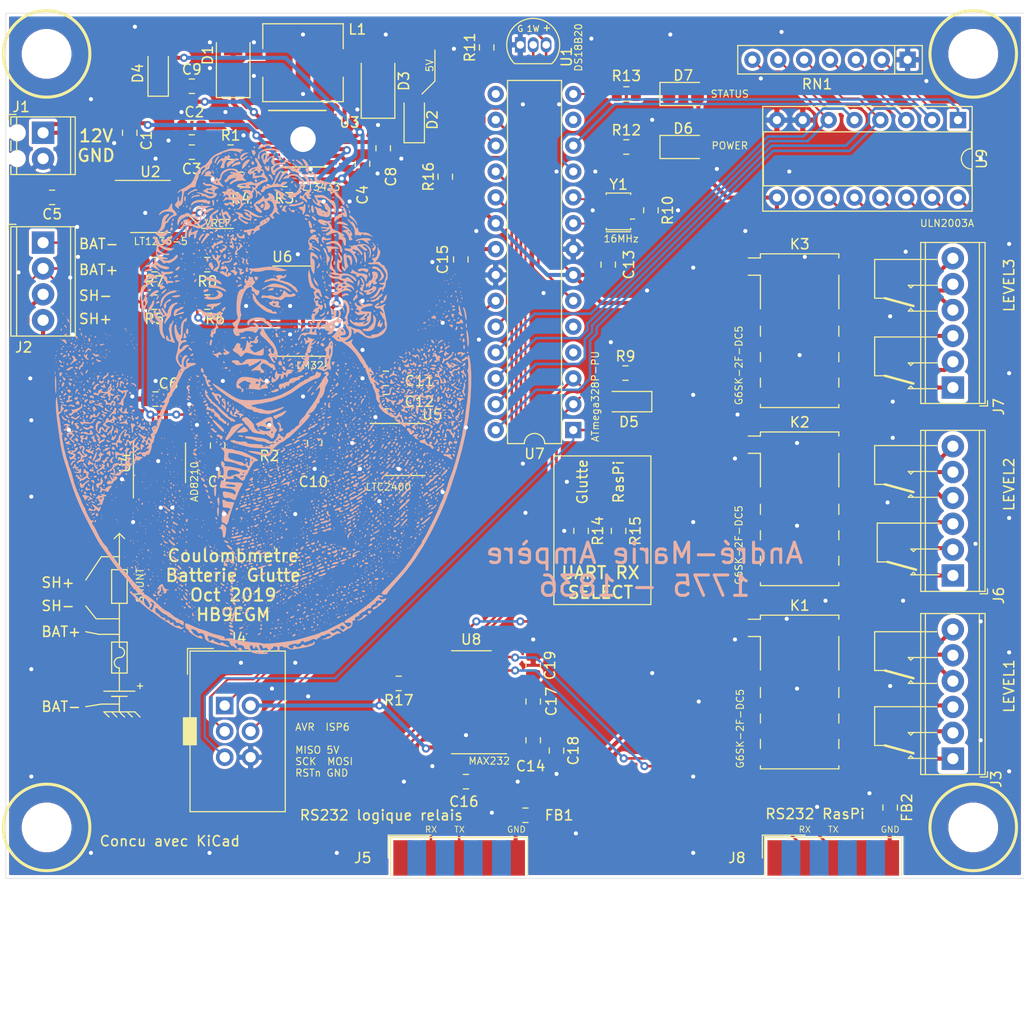
<source format=kicad_pcb>
(kicad_pcb (version 20171130) (host pcbnew 5.1.4)
  (layers (0 F.Cu signal) (31 B.Cu signal) (34 B.Paste user hide) (35 F.Paste user hide) (36 B.SilkS user) (37 F.SilkS user) (38 B.Mask user hide) (39 F.Mask user) (44 Edge.Cuts user hide))
  (net 0 "")
  (net 1 GNDA)
  (net 2 +12V)
  (net 3 "Net-(C2-Pad1)")
  (net 4 "Net-(C3-Pad1)")
  (net 5 "Net-(C4-Pad1)")
  (net 6 +5VA)
  (net 7 "Net-(C7-Pad1)")
  (net 8 "Net-(C8-Pad2)")
  (net 9 "Net-(C9-Pad2)")
  (net 10 "Net-(C9-Pad1)")
  (net 11 "Net-(C10-Pad1)")
  (net 12 "Net-(C14-Pad2)")
  (net 13 "Net-(C14-Pad1)")
  (net 14 VREF)
  (net 15 "Net-(C17-Pad2)")
  (net 16 "Net-(C17-Pad1)")
  (net 17 "Net-(C18-Pad1)")
  (net 18 "Net-(C19-Pad2)")
  (net 19 "Net-(D3-Pad2)")
  (net 20 /RESETn)
  (net 21 "Net-(D6-Pad1)")
  (net 22 "Net-(D7-Pad1)")
  (net 23 "Net-(FB1-Pad2)")
  (net 24 +BATT)
  (net 25 -BATT)
  (net 26 /MOSI)
  (net 27 /SCK)
  (net 28 /MISO)
  (net 29 "Net-(J5-Pad3)")
  (net 30 "Net-(J5-Pad2)")
  (net 31 "Net-(R3-Pad1)")
  (net 32 "Net-(R5-Pad1)")
  (net 33 "Net-(R7-Pad1)")
  (net 34 "Net-(R10-Pad2)")
  (net 35 "Net-(R10-Pad1)")
  (net 36 /1WIRE)
  (net 37 /STATUS)
  (net 38 /SSn)
  (net 39 "Net-(U6-Pad13)")
  (net 40 /ADC1)
  (net 41 "Net-(U6-Pad8)")
  (net 42 /ADC0)
  (net 43 /TXD)
  (net 44 /RXD)
  (net 45 /SHUNT+)
  (net 46 /SHUNT-)
  (net 47 "Net-(J3-Pad6)")
  (net 48 "Net-(J3-Pad5)")
  (net 49 "Net-(J3-Pad4)")
  (net 50 "Net-(J3-Pad3)")
  (net 51 "Net-(J3-Pad2)")
  (net 52 "Net-(J3-Pad1)")
  (net 53 "Net-(J6-Pad6)")
  (net 54 "Net-(J6-Pad5)")
  (net 55 "Net-(J6-Pad4)")
  (net 56 "Net-(J6-Pad3)")
  (net 57 "Net-(J6-Pad2)")
  (net 58 "Net-(J6-Pad1)")
  (net 59 "Net-(J7-Pad6)")
  (net 60 "Net-(J7-Pad5)")
  (net 61 "Net-(J7-Pad4)")
  (net 62 "Net-(J7-Pad3)")
  (net 63 "Net-(J7-Pad2)")
  (net 64 "Net-(J7-Pad1)")
  (net 65 "Net-(K1-Pad7)")
  (net 66 "Net-(K1-Pad12)")
  (net 67 "Net-(K2-Pad7)")
  (net 68 "Net-(K2-Pad12)")
  (net 69 "Net-(K3-Pad7)")
  (net 70 "Net-(K3-Pad12)")
  (net 71 /Relays/K2_SET)
  (net 72 /Relays/K2_RESET)
  (net 73 /Relays/K3_SET)
  (net 74 /Relays/K1_SET)
  (net 75 /Relays/K3_RESET)
  (net 76 /Relays/K1_RESET)
  (net 77 "Net-(FB2-Pad2)")
  (net 78 "Net-(J8-Pad3)")
  (net 79 "Net-(J8-Pad2)")
  (net 80 "Net-(R14-Pad2)")
  (net 81 "Net-(R15-Pad2)")
  (module glutte-coulombcounter:ampere (layer B.Cu) (at 55.118 55.372 180)
    (fp_text reference G*** hide)
    (fp_text value LOGO hide)
  )
  (module Diode_SMD:D_SOD-123 (layer F.Cu) (at 91.186 58.166 180)
    (fp_text reference D5 (at 0 -2) (layer F.SilkS))
    (fp_text value 1N4148)
    (pad 2 smd rect (at 1.65 0 180) (size 0.9 1.2) (layers F.Cu F.Paste F.Mask) (net 20 /RESETn))
    (pad 1 smd rect (at -1.65 0 180) (size 0.9 1.2) (layers F.Cu F.Paste F.Mask) (net 6 +5VA))
  )
  (module Diode_SMD:D_SOD-123 (layer F.Cu) (at 44.958 25.908 90)
    (fp_text reference D4 (at 0 -2 90) (layer F.SilkS))
    (fp_text value 1N4148)
    (pad 2 smd rect (at 1.65 0 90) (size 0.9 1.2) (layers F.Cu F.Paste F.Mask) (net 6 +5VA))
    (pad 1 smd rect (at -1.65 0 90) (size 0.9 1.2) (layers F.Cu F.Paste F.Mask) (net 10 "Net-(C9-Pad1)"))
  )
  (module Diode_SMD:D_SOD-123 (layer F.Cu) (at 70.104 30.48 90)
    (fp_text reference D2 (at 0 1.778 90) (layer F.SilkS))
    (fp_text value 1N4148)
    (pad 2 smd rect (at 1.65 0 90) (size 0.9 1.2) (layers F.Cu F.Paste F.Mask) (net 6 +5VA))
    (pad 1 smd rect (at -1.65 0 90) (size 0.9 1.2) (layers F.Cu F.Paste F.Mask) (net 8 "Net-(C8-Pad2)"))
  )
  (module glutte-coulombcounter:Sumida_CDRH6D28 (layer F.Cu) (at 59.182 24.892)
    (fp_text reference L1 (at 5.334 -3.302) (layer F.SilkS))
    (fp_text value 100uH)
    (pad 2 smd rect (at 2.35 0) (size 2.65 7.3) (layers F.Cu F.Paste F.Mask) (net 19 "Net-(D3-Pad2)"))
    (pad 1 smd rect (at -2.35 0) (size 2.65 7.3) (layers F.Cu F.Paste F.Mask) (net 9 "Net-(C9-Pad2)"))
  )
  (module Resistor_SMD:R_0805_2012Metric (layer F.Cu) (at 57.357 36.33)
    (fp_text reference R3 (at 0 1.85) (layer F.SilkS))
    (fp_text value 300k)
    (pad 2 smd roundrect (at 0.9375 0) (size 0.975 1.4) (layers F.Cu F.Paste F.Mask) (net 6 +5VA))
    (pad 1 smd roundrect (at -0.9375 0) (size 0.975 1.4) (layers F.Cu F.Paste F.Mask) (net 31 "Net-(R3-Pad1)"))
  )
  (module Resistor_SMD:R_0805_2012Metric (layer F.Cu) (at 68.58 85.852 180)
    (fp_text reference R17 (at 0 -1.65) (layer F.SilkS))
    (fp_text value 4k7)
    (pad 2 smd roundrect (at 0.9375 0 180) (size 0.975 1.4) (layers F.Cu F.Paste F.Mask) (net 6 +5VA))
    (pad 1 smd roundrect (at -0.9375 0 180) (size 0.975 1.4) (layers F.Cu F.Paste F.Mask) (net 43 /TXD))
  )
  (module Resistor_SMD:R_0805_2012Metric (layer F.Cu) (at 73.152 36.068 90)
    (fp_text reference R16 (at 0 -1.65 90) (layer F.SilkS))
    (fp_text value 4k7)
    (pad 2 smd roundrect (at 0.9375 0 90) (size 0.975 1.4) (layers F.Cu F.Paste F.Mask) (net 38 /SSn))
    (pad 1 smd roundrect (at -0.9375 0 90) (size 0.975 1.4) (layers F.Cu F.Paste F.Mask) (net 6 +5VA))
  )
  (module Resistor_SMD:R_0805_2012Metric (layer F.Cu) (at 90.17 70.866 270)
    (fp_text reference R15 (at 0 -1.65 90) (layer F.SilkS))
    (fp_text value DNF)
    (pad 2 smd roundrect (at 0.9375 0 270) (size 0.975 1.4) (layers F.Cu F.Paste F.Mask) (net 81 "Net-(R15-Pad2)"))
    (pad 1 smd roundrect (at -0.9375 0 270) (size 0.975 1.4) (layers F.Cu F.Paste F.Mask) (net 44 /RXD))
  )
  (module Resistor_SMD:R_0805_2012Metric (layer F.Cu) (at 86.487 70.866 270)
    (fp_text reference R14 (at 0 -1.65 90) (layer F.SilkS))
    (fp_text value 0R)
    (pad 2 smd roundrect (at 0.9375 0 270) (size 0.975 1.4) (layers F.Cu F.Paste F.Mask) (net 80 "Net-(R14-Pad2)"))
    (pad 1 smd roundrect (at -0.9375 0 270) (size 0.975 1.4) (layers F.Cu F.Paste F.Mask) (net 44 /RXD))
  )
  (module Resistor_SMD:R_0805_2012Metric (layer F.Cu) (at 90.932 27.94 180)
    (fp_text reference R13 (at 0 1.778) (layer F.SilkS))
    (fp_text value 330)
    (pad 2 smd roundrect (at 0.9375 0 180) (size 0.975 1.4) (layers F.Cu F.Paste F.Mask) (net 37 /STATUS))
    (pad 1 smd roundrect (at -0.9375 0 180) (size 0.975 1.4) (layers F.Cu F.Paste F.Mask) (net 22 "Net-(D7-Pad1)"))
  )
  (module Resistor_SMD:R_0805_2012Metric (layer F.Cu) (at 90.932 33.147)
    (fp_text reference R12 (at 0 -1.65) (layer F.SilkS))
    (fp_text value 330)
    (pad 2 smd roundrect (at 0.9375 0) (size 0.975 1.4) (layers F.Cu F.Paste F.Mask) (net 21 "Net-(D6-Pad1)"))
    (pad 1 smd roundrect (at -0.9375 0) (size 0.975 1.4) (layers F.Cu F.Paste F.Mask) (net 1 GNDA))
  )
  (module Resistor_SMD:R_0805_2012Metric (layer F.Cu) (at 77.216 23.368 90)
    (fp_text reference R11 (at 0 -1.65 90) (layer F.SilkS))
    (fp_text value 4k7)
    (pad 2 smd roundrect (at 0.9375 0 90) (size 0.975 1.4) (layers F.Cu F.Paste F.Mask) (net 6 +5VA))
    (pad 1 smd roundrect (at -0.9375 0 90) (size 0.975 1.4) (layers F.Cu F.Paste F.Mask) (net 36 /1WIRE))
  )
  (module Resistor_SMD:R_0805_2012Metric (layer F.Cu) (at 93.345 39.37 270)
    (fp_text reference R10 (at 0 -1.65 90) (layer F.SilkS))
    (fp_text value 1M)
    (pad 2 smd roundrect (at 0.9375 0 270) (size 0.975 1.4) (layers F.Cu F.Paste F.Mask) (net 34 "Net-(R10-Pad2)"))
    (pad 1 smd roundrect (at -0.9375 0 270) (size 0.975 1.4) (layers F.Cu F.Paste F.Mask) (net 35 "Net-(R10-Pad1)"))
  )
  (module Resistor_SMD:R_0805_2012Metric (layer F.Cu) (at 90.848 55.36)
    (fp_text reference R9 (at 0 -1.65) (layer F.SilkS))
    (fp_text value 10k)
    (pad 2 smd roundrect (at 0.9375 0) (size 0.975 1.4) (layers F.Cu F.Paste F.Mask) (net 6 +5VA))
    (pad 1 smd roundrect (at -0.9375 0) (size 0.975 1.4) (layers F.Cu F.Paste F.Mask) (net 20 /RESETn))
  )
  (module Resistor_SMD:R_0805_2012Metric (layer F.Cu) (at 49.784 44.704 180)
    (fp_text reference R8 (at 0 -1.65) (layer F.SilkS))
    (fp_text value 100k/1%)
    (pad 2 smd roundrect (at 0.9375 0 180) (size 0.975 1.4) (layers F.Cu F.Paste F.Mask) (net 33 "Net-(R7-Pad1)"))
    (pad 1 smd roundrect (at -0.9375 0 180) (size 0.975 1.4) (layers F.Cu F.Paste F.Mask) (net 1 GNDA))
  )
  (module Resistor_SMD:R_0805_2012Metric (layer F.Cu) (at 44.577 44.704 180)
    (fp_text reference R7 (at 0 -1.65) (layer F.SilkS))
    (fp_text value 300k/1%)
    (pad 2 smd roundrect (at 0.9375 0 180) (size 0.975 1.4) (layers F.Cu F.Paste F.Mask) (net 25 -BATT))
    (pad 1 smd roundrect (at -0.9375 0 180) (size 0.975 1.4) (layers F.Cu F.Paste F.Mask) (net 33 "Net-(R7-Pad1)"))
  )
  (module Resistor_SMD:R_0805_2012Metric (layer F.Cu) (at 49.784 48.387 180)
    (fp_text reference R6 (at -0.762 -1.65) (layer F.SilkS))
    (fp_text value 100k/1%)
    (pad 2 smd roundrect (at 0.9375 0 180) (size 0.975 1.4) (layers F.Cu F.Paste F.Mask) (net 32 "Net-(R5-Pad1)"))
    (pad 1 smd roundrect (at -0.9375 0 180) (size 0.975 1.4) (layers F.Cu F.Paste F.Mask) (net 1 GNDA))
  )
  (module Resistor_SMD:R_0805_2012Metric (layer F.Cu) (at 44.577 48.387 180)
    (fp_text reference R5 (at 0 -1.65) (layer F.SilkS))
    (fp_text value 300k/1%)
    (pad 2 smd roundrect (at 0.9375 0 180) (size 0.975 1.4) (layers F.Cu F.Paste F.Mask) (net 24 +BATT))
    (pad 1 smd roundrect (at -0.9375 0 180) (size 0.975 1.4) (layers F.Cu F.Paste F.Mask) (net 32 "Net-(R5-Pad1)"))
  )
  (module Resistor_SMD:R_0805_2012Metric (layer F.Cu) (at 53.07 36.33)
    (fp_text reference R4 (at 0 1.85) (layer F.SilkS))
    (fp_text value 97.6k)
    (pad 2 smd roundrect (at 0.9375 0) (size 0.975 1.4) (layers F.Cu F.Paste F.Mask) (net 31 "Net-(R3-Pad1)"))
    (pad 1 smd roundrect (at -0.9375 0) (size 0.975 1.4) (layers F.Cu F.Paste F.Mask) (net 1 GNDA))
  )
  (module Resistor_SMD:R_0805_2012Metric (layer F.Cu) (at 55.88 61.468 180)
    (fp_text reference R2 (at 0 -2.032) (layer F.SilkS))
    (fp_text value 51)
    (pad 2 smd roundrect (at 0.9375 0 180) (size 0.975 1.4) (layers F.Cu F.Paste F.Mask) (net 7 "Net-(C7-Pad1)"))
    (pad 1 smd roundrect (at -0.9375 0 180) (size 0.975 1.4) (layers F.Cu F.Paste F.Mask) (net 11 "Net-(C10-Pad1)"))
  )
  (module Resistor_SMD:R_0805_2012Metric (layer F.Cu) (at 52.07 33.655)
    (fp_text reference R1 (at 0 -1.65) (layer F.SilkS))
    (fp_text value 68k)
    (pad 2 smd roundrect (at 0.9375 0) (size 0.975 1.4) (layers F.Cu F.Paste F.Mask) (net 3 "Net-(C2-Pad1)"))
    (pad 1 smd roundrect (at -0.9375 0) (size 0.975 1.4) (layers F.Cu F.Paste F.Mask) (net 4 "Net-(C3-Pad1)"))
  )
  (module Inductor_SMD:L_0805_2012Metric (layer F.Cu) (at 116.84 98.044 270)
    (fp_text reference FB2 (at 0 -1.65 90) (layer F.SilkS))
    (fp_text value DNF)
    (pad 2 smd roundrect (at 0.9375 0 270) (size 0.975 1.4) (layers F.Cu F.Paste F.Mask) (net 77 "Net-(FB2-Pad2)"))
    (pad 1 smd roundrect (at -0.9375 0 270) (size 0.975 1.4) (layers F.Cu F.Paste F.Mask) (net 1 GNDA))
  )
  (module Inductor_SMD:L_0805_2012Metric (layer F.Cu) (at 81.026 98.806 180)
    (fp_text reference FB1 (at -3.302 0) (layer F.SilkS))
    (fp_text value DNF)
    (pad 2 smd roundrect (at 0.9375 0 180) (size 0.975 1.4) (layers F.Cu F.Paste F.Mask) (net 23 "Net-(FB1-Pad2)"))
    (pad 1 smd roundrect (at -0.9375 0 180) (size 0.975 1.4) (layers F.Cu F.Paste F.Mask) (net 1 GNDA))
  )
  (module LED_SMD:LED_1206_3216Metric (layer F.Cu) (at 96.52 27.94)
    (fp_text reference D7 (at 0 -1.82) (layer F.SilkS))
    (fp_text value LED_STATUS)
    (pad 2 smd roundrect (at 1.4 0) (size 1.25 1.75) (layers F.Cu F.Paste F.Mask) (roundrect_rratio 0.2) (net 6 +5VA))
    (pad 1 smd roundrect (at -1.4 0) (size 1.25 1.75) (layers F.Cu F.Paste F.Mask) (roundrect_rratio 0.2) (net 22 "Net-(D7-Pad1)"))
  )
  (module LED_SMD:LED_1206_3216Metric (layer F.Cu) (at 96.52 33.147)
    (fp_text reference D6 (at 0 -1.82) (layer F.SilkS))
    (fp_text value LED_PWR)
    (pad 2 smd roundrect (at 1.4 0) (size 1.25 1.75) (layers F.Cu F.Paste F.Mask) (roundrect_rratio 0.2) (net 6 +5VA))
    (pad 1 smd roundrect (at -1.4 0) (size 1.25 1.75) (layers F.Cu F.Paste F.Mask) (roundrect_rratio 0.2) (net 21 "Net-(D6-Pad1)"))
  )
  (module Capacitor_SMD:C_0805_2012Metric (layer F.Cu) (at 81.788 84.074 270)
    (fp_text reference C19 (at 0 -1.65 90) (layer F.SilkS))
    (fp_text value 1u)
    (pad 2 smd roundrect (at 0.9375 0 270) (size 0.975 1.4) (layers F.Cu F.Paste F.Mask) (net 18 "Net-(C19-Pad2)"))
    (pad 1 smd roundrect (at -0.9375 0 270) (size 0.975 1.4) (layers F.Cu F.Paste F.Mask) (net 1 GNDA))
  )
  (module Capacitor_SMD:C_0805_2012Metric (layer F.Cu) (at 84.074 92.456 270)
    (fp_text reference C18 (at 0 -1.65 90) (layer F.SilkS))
    (fp_text value 1u)
    (pad 2 smd roundrect (at 0.9375 0 270) (size 0.975 1.4) (layers F.Cu F.Paste F.Mask) (net 1 GNDA))
    (pad 1 smd roundrect (at -0.9375 0 270) (size 0.975 1.4) (layers F.Cu F.Paste F.Mask) (net 17 "Net-(C18-Pad1)"))
  )
  (module Capacitor_SMD:C_0805_2012Metric (layer F.Cu) (at 81.788 87.63 90)
    (fp_text reference C17 (at 0 1.778 90) (layer F.SilkS))
    (fp_text value 1u)
    (pad 2 smd roundrect (at 0.9375 0 90) (size 0.975 1.4) (layers F.Cu F.Paste F.Mask) (net 15 "Net-(C17-Pad2)"))
    (pad 1 smd roundrect (at -0.9375 0 90) (size 0.975 1.4) (layers F.Cu F.Paste F.Mask) (net 16 "Net-(C17-Pad1)"))
  )
  (module Capacitor_SMD:C_0805_2012Metric (layer F.Cu) (at 75.184 95.504)
    (fp_text reference C16 (at -0.2 1.962) (layer F.SilkS))
    (fp_text value 1u)
    (pad 2 smd roundrect (at 0.9375 0) (size 0.975 1.4) (layers F.Cu F.Paste F.Mask) (net 1 GNDA))
    (pad 1 smd roundrect (at -0.9375 0) (size 0.975 1.4) (layers F.Cu F.Paste F.Mask) (net 6 +5VA))
  )
  (module Capacitor_SMD:C_0805_2012Metric (layer F.Cu) (at 74.676 44.196 270)
    (fp_text reference C15 (at 0 1.778 90) (layer F.SilkS))
    (fp_text value 0.1u)
    (pad 2 smd roundrect (at 0.9375 0 270) (size 0.975 1.4) (layers F.Cu F.Paste F.Mask) (net 1 GNDA))
    (pad 1 smd roundrect (at -0.9375 0 270) (size 0.975 1.4) (layers F.Cu F.Paste F.Mask) (net 14 VREF))
  )
  (module Capacitor_SMD:C_0805_2012Metric (layer F.Cu) (at 81.788 91.44 90)
    (fp_text reference C14 (at -2.54 -0.254 180) (layer F.SilkS))
    (fp_text value 1u)
    (pad 2 smd roundrect (at 0.9375 0 90) (size 0.975 1.4) (layers F.Cu F.Paste F.Mask) (net 12 "Net-(C14-Pad2)"))
    (pad 1 smd roundrect (at -0.9375 0 90) (size 0.975 1.4) (layers F.Cu F.Paste F.Mask) (net 13 "Net-(C14-Pad1)"))
  )
  (module Capacitor_SMD:C_0805_2012Metric (layer F.Cu) (at 89.154 44.704 90)
    (fp_text reference C13 (at 0 2.032 90) (layer F.SilkS))
    (fp_text value 0.1u)
    (pad 2 smd roundrect (at 0.9375 0 90) (size 0.975 1.4) (layers F.Cu F.Paste F.Mask) (net 1 GNDA))
    (pad 1 smd roundrect (at -0.9375 0 90) (size 0.975 1.4) (layers F.Cu F.Paste F.Mask) (net 6 +5VA))
  )
  (module Capacitor_SMD:C_0805_2012Metric (layer F.Cu) (at 67.31 58.166 180)
    (fp_text reference C12 (at -3.302 0) (layer F.SilkS))
    (fp_text value 0.1uF)
    (pad 2 smd roundrect (at 0.9375 0 180) (size 0.975 1.4) (layers F.Cu F.Paste F.Mask) (net 1 GNDA))
    (pad 1 smd roundrect (at -0.9375 0 180) (size 0.975 1.4) (layers F.Cu F.Paste F.Mask) (net 6 +5VA))
  )
  (module Capacitor_SMD:C_0805_2012Metric (layer F.Cu) (at 67.31 55.88 180)
    (fp_text reference C11 (at -3.302 -0.254) (layer F.SilkS))
    (fp_text value 4.7u)
    (pad 2 smd roundrect (at 0.9375 0 180) (size 0.975 1.4) (layers F.Cu F.Paste F.Mask) (net 1 GNDA))
    (pad 1 smd roundrect (at -0.9375 0 180) (size 0.975 1.4) (layers F.Cu F.Paste F.Mask) (net 6 +5VA))
  )
  (module Capacitor_SMD:C_0805_2012Metric (layer F.Cu) (at 60.325 62.23 270)
    (fp_text reference C10 (at 3.81 0.127 180) (layer F.SilkS))
    (fp_text value DNF)
    (pad 2 smd roundrect (at 0.9375 0 270) (size 0.975 1.4) (layers F.Cu F.Paste F.Mask) (net 1 GNDA))
    (pad 1 smd roundrect (at -0.9375 0 270) (size 0.975 1.4) (layers F.Cu F.Paste F.Mask) (net 11 "Net-(C10-Pad1)"))
  )
  (module Capacitor_SMD:C_0805_2012Metric (layer F.Cu) (at 48.26 27.178)
    (fp_text reference C9 (at 0 -1.65) (layer F.SilkS))
    (fp_text value 0.1u)
    (pad 2 smd roundrect (at 0.9375 0) (size 0.975 1.4) (layers F.Cu F.Paste F.Mask) (net 9 "Net-(C9-Pad2)"))
    (pad 1 smd roundrect (at -0.9375 0) (size 0.975 1.4) (layers F.Cu F.Paste F.Mask) (net 10 "Net-(C9-Pad1)"))
  )
  (module Capacitor_SMD:C_0805_2012Metric (layer F.Cu) (at 67.056 33.274 90)
    (fp_text reference C8 (at -2.794 0.762 90) (layer F.SilkS))
    (fp_text value 0.1u)
    (pad 2 smd roundrect (at 0.9375 0 90) (size 0.975 1.4) (layers F.Cu F.Paste F.Mask) (net 8 "Net-(C8-Pad2)"))
    (pad 1 smd roundrect (at -0.9375 0 90) (size 0.975 1.4) (layers F.Cu F.Paste F.Mask) (net 1 GNDA))
  )
  (module Capacitor_SMD:C_0805_2012Metric (layer F.Cu) (at 50.8 62.484 270)
    (fp_text reference C7 (at 3.556 0 180) (layer F.SilkS))
    (fp_text value DNF)
    (pad 2 smd roundrect (at 0.9375 0 270) (size 0.975 1.4) (layers F.Cu F.Paste F.Mask) (net 1 GNDA))
    (pad 1 smd roundrect (at -0.9375 0 270) (size 0.975 1.4) (layers F.Cu F.Paste F.Mask) (net 7 "Net-(C7-Pad1)"))
  )
  (module Capacitor_SMD:C_0805_2012Metric (layer F.Cu) (at 44.704 57.912 180)
    (fp_text reference C6 (at -1.27 1.524) (layer F.SilkS))
    (fp_text value 0.1u)
    (pad 2 smd roundrect (at 0.9375 0 180) (size 0.975 1.4) (layers F.Cu F.Paste F.Mask) (net 1 GNDA))
    (pad 1 smd roundrect (at -0.9375 0 180) (size 0.975 1.4) (layers F.Cu F.Paste F.Mask) (net 6 +5VA))
  )
  (module Capacitor_SMD:C_0805_2012Metric (layer F.Cu) (at 34.544 38.1 180)
    (fp_text reference C5 (at 0 -1.65) (layer F.SilkS))
    (fp_text value 0.1u)
    (pad 2 smd roundrect (at 0.9375 0 180) (size 0.975 1.4) (layers F.Cu F.Paste F.Mask) (net 1 GNDA))
    (pad 1 smd roundrect (at -0.9375 0 180) (size 0.975 1.4) (layers F.Cu F.Paste F.Mask) (net 2 +12V))
  )
  (module Capacitor_SMD:C_0805_2012Metric (layer F.Cu) (at 65.024 34.798 270)
    (fp_text reference C4 (at 3.048 0 90) (layer F.SilkS))
    (fp_text value 0.01u)
    (pad 2 smd roundrect (at 0.9375 0 270) (size 0.975 1.4) (layers F.Cu F.Paste F.Mask) (net 1 GNDA))
    (pad 1 smd roundrect (at -0.9375 0 270) (size 0.975 1.4) (layers F.Cu F.Paste F.Mask) (net 5 "Net-(C4-Pad1)"))
  )
  (module Capacitor_SMD:C_0805_2012Metric (layer F.Cu) (at 48.26 33.655 180)
    (fp_text reference C3 (at 0 -1.65) (layer F.SilkS))
    (fp_text value 1000p)
    (pad 2 smd roundrect (at 0.9375 0 180) (size 0.975 1.4) (layers F.Cu F.Paste F.Mask) (net 1 GNDA))
    (pad 1 smd roundrect (at -0.9375 0 180) (size 0.975 1.4) (layers F.Cu F.Paste F.Mask) (net 4 "Net-(C3-Pad1)"))
  )
  (module Capacitor_SMD:C_0805_2012Metric (layer F.Cu) (at 48.26 31.242 180)
    (fp_text reference C2 (at -0.254 1.524) (layer F.SilkS))
    (fp_text value 330p)
    (pad 2 smd roundrect (at 0.9375 0 180) (size 0.975 1.4) (layers F.Cu F.Paste F.Mask) (net 1 GNDA))
    (pad 1 smd roundrect (at -0.9375 0 180) (size 0.975 1.4) (layers F.Cu F.Paste F.Mask) (net 3 "Net-(C2-Pad1)"))
  )
  (module Capacitor_SMD:C_0805_2012Metric (layer F.Cu) (at 42.164 31.75 270)
    (fp_text reference C1 (at 0.762 -1.65 90) (layer F.SilkS))
    (fp_text value 2.2u)
    (pad 2 smd roundrect (at 0.9375 0 270) (size 0.975 1.4) (layers F.Cu F.Paste F.Mask) (net 1 GNDA))
    (pad 1 smd roundrect (at -0.9375 0 270) (size 0.975 1.4) (layers F.Cu F.Paste F.Mask) (net 2 +12V))
  )
  (module Resistor_THT:R_Array_SIP7 (layer F.Cu) (at 118.5545 24.5745 180)
    (fp_text reference RN1 (at 8.89 -2.4) (layer F.SilkS))
    (fp_text value 2k2)
    (pad 7 thru_hole oval (at 15.24 0 180) (size 1.6 1.6) (drill 0.8) (layers *.Cu *.Mask) (net 73 /Relays/K3_SET))
    (pad 6 thru_hole oval (at 12.7 0 180) (size 1.6 1.6) (drill 0.8) (layers *.Cu *.Mask) (net 75 /Relays/K3_RESET))
    (pad 5 thru_hole oval (at 10.16 0 180) (size 1.6 1.6) (drill 0.8) (layers *.Cu *.Mask) (net 71 /Relays/K2_SET))
    (pad 4 thru_hole oval (at 7.62 0 180) (size 1.6 1.6) (drill 0.8) (layers *.Cu *.Mask) (net 72 /Relays/K2_RESET))
    (pad 3 thru_hole oval (at 5.08 0 180) (size 1.6 1.6) (drill 0.8) (layers *.Cu *.Mask) (net 74 /Relays/K1_SET))
    (pad 2 thru_hole oval (at 2.54 0 180) (size 1.6 1.6) (drill 0.8) (layers *.Cu *.Mask) (net 76 /Relays/K1_RESET))
    (pad 1 thru_hole rect (at 0 0 180) (size 1.6 1.6) (drill 0.8) (layers *.Cu *.Mask) (net 1 GNDA))
  )
  (module Connector_Dsub:DSUB-9_Male_EdgeMount_P2.77mm (layer F.Cu) (at 111.252 102.997)
    (fp_text reference J8 (at -9.463333 0) (layer F.SilkS))
    (fp_text value Raspi)
    (pad 9 smd rect (at 4.155 0) (size 1.846667 3.48) (layers B.Cu B.Paste B.Mask))
    (pad 8 smd rect (at 1.385 0) (size 1.846667 3.48) (layers B.Cu B.Paste B.Mask))
    (pad 7 smd rect (at -1.385 0) (size 1.846667 3.48) (layers B.Cu B.Paste B.Mask))
    (pad 6 smd rect (at -4.155 0) (size 1.846667 3.48) (layers B.Cu B.Paste B.Mask))
    (pad 5 smd rect (at 5.54 0) (size 1.846667 3.48) (layers F.Cu F.Paste F.Mask) (net 77 "Net-(FB2-Pad2)"))
    (pad 4 smd rect (at 2.77 0) (size 1.846667 3.48) (layers F.Cu F.Paste F.Mask))
    (pad 3 smd rect (at 0 0) (size 1.846667 3.48) (layers F.Cu F.Paste F.Mask) (net 78 "Net-(J8-Pad3)"))
    (pad 2 smd rect (at -2.77 0) (size 1.846667 3.48) (layers F.Cu F.Paste F.Mask) (net 79 "Net-(J8-Pad2)"))
    (pad 1 smd rect (at -5.54 0) (size 1.846667 3.48) (layers F.Cu F.Paste F.Mask))
  )
  (module Connector_Dsub:DSUB-9_Male_EdgeMount_P2.77mm (layer F.Cu) (at 74.513 102.997)
    (fp_text reference J5 (at -9.463333 0) (layer F.SilkS))
    (fp_text value Glutte)
    (pad 9 smd rect (at 4.155 0) (size 1.846667 3.48) (layers B.Cu B.Paste B.Mask))
    (pad 8 smd rect (at 1.385 0) (size 1.846667 3.48) (layers B.Cu B.Paste B.Mask))
    (pad 7 smd rect (at -1.385 0) (size 1.846667 3.48) (layers B.Cu B.Paste B.Mask))
    (pad 6 smd rect (at -4.155 0) (size 1.846667 3.48) (layers B.Cu B.Paste B.Mask))
    (pad 5 smd rect (at 5.54 0) (size 1.846667 3.48) (layers F.Cu F.Paste F.Mask) (net 23 "Net-(FB1-Pad2)"))
    (pad 4 smd rect (at 2.77 0) (size 1.846667 3.48) (layers F.Cu F.Paste F.Mask))
    (pad 3 smd rect (at 0 0) (size 1.846667 3.48) (layers F.Cu F.Paste F.Mask) (net 29 "Net-(J5-Pad3)"))
    (pad 2 smd rect (at -2.77 0) (size 1.846667 3.48) (layers F.Cu F.Paste F.Mask) (net 30 "Net-(J5-Pad2)"))
    (pad 1 smd rect (at -5.54 0) (size 1.846667 3.48) (layers F.Cu F.Paste F.Mask))
  )
  (module Package_DIP:DIP-16_W7.62mm_Socket (layer F.Cu) (at 123.5 30.5 270)
    (fp_text reference U9 (at 3.81 -2.33 90) (layer F.SilkS))
    (fp_text value ULN2003A (at 10.14 1.072 180) (layer F.SilkS) (effects (font (size 0.7 0.7) (thickness 0.1))))
    (pad 16 thru_hole oval (at 7.62 0 270) (size 1.6 1.6) (drill 0.8) (layers *.Cu *.Mask) (net 65 "Net-(K1-Pad7)"))
    (pad 8 thru_hole oval (at 0 17.78 270) (size 1.6 1.6) (drill 0.8) (layers *.Cu *.Mask) (net 1 GNDA))
    (pad 15 thru_hole oval (at 7.62 2.54 270) (size 1.6 1.6) (drill 0.8) (layers *.Cu *.Mask) (net 66 "Net-(K1-Pad12)"))
    (pad 7 thru_hole oval (at 0 15.24 270) (size 1.6 1.6) (drill 0.8) (layers *.Cu *.Mask) (net 1 GNDA))
    (pad 14 thru_hole oval (at 7.62 5.08 270) (size 1.6 1.6) (drill 0.8) (layers *.Cu *.Mask) (net 67 "Net-(K2-Pad7)"))
    (pad 6 thru_hole oval (at 0 12.7 270) (size 1.6 1.6) (drill 0.8) (layers *.Cu *.Mask) (net 73 /Relays/K3_SET))
    (pad 13 thru_hole oval (at 7.62 7.62 270) (size 1.6 1.6) (drill 0.8) (layers *.Cu *.Mask) (net 68 "Net-(K2-Pad12)"))
    (pad 5 thru_hole oval (at 0 10.16 270) (size 1.6 1.6) (drill 0.8) (layers *.Cu *.Mask) (net 75 /Relays/K3_RESET))
    (pad 12 thru_hole oval (at 7.62 10.16 270) (size 1.6 1.6) (drill 0.8) (layers *.Cu *.Mask) (net 69 "Net-(K3-Pad7)"))
    (pad 4 thru_hole oval (at 0 7.62 270) (size 1.6 1.6) (drill 0.8) (layers *.Cu *.Mask) (net 71 /Relays/K2_SET))
    (pad 11 thru_hole oval (at 7.62 12.7 270) (size 1.6 1.6) (drill 0.8) (layers *.Cu *.Mask) (net 70 "Net-(K3-Pad12)"))
    (pad 3 thru_hole oval (at 0 5.08 270) (size 1.6 1.6) (drill 0.8) (layers *.Cu *.Mask) (net 72 /Relays/K2_RESET))
    (pad 10 thru_hole oval (at 7.62 15.24 270) (size 1.6 1.6) (drill 0.8) (layers *.Cu *.Mask))
    (pad 2 thru_hole oval (at 0 2.54 270) (size 1.6 1.6) (drill 0.8) (layers *.Cu *.Mask) (net 74 /Relays/K1_SET))
    (pad 9 thru_hole oval (at 7.62 17.78 270) (size 1.6 1.6) (drill 0.8) (layers *.Cu *.Mask) (net 6 +5VA))
    (pad 1 thru_hole rect (at 0 0 270) (size 1.6 1.6) (drill 0.8) (layers *.Cu *.Mask) (net 76 /Relays/K1_RESET))
  )
  (module Relay_SMD:Relay_DPDT_Omron_G6SK-2F (layer F.Cu) (at 108 51.246)
    (fp_text reference K3 (at -0.04 -8.55) (layer F.SilkS))
    (fp_text value G6SK-2F-DC5 (at -6.019 3.364 90) (layer F.SilkS) (effects (font (size 0.7 0.7) (thickness 0.1))))
    (pad 7 smd rect (at 4 6.35) (size 2.2 1) (layers F.Cu F.Paste F.Mask) (net 69 "Net-(K3-Pad7)"))
    (pad 6 smd rect (at -4 6.35) (size 2.2 1) (layers F.Cu F.Paste F.Mask) (net 6 +5VA))
    (pad 5 smd rect (at -4 3.81) (size 2.2 1) (layers F.Cu F.Paste F.Mask) (net 60 "Net-(J7-Pad5)"))
    (pad 8 smd rect (at 4 3.81) (size 2.2 1) (layers F.Cu F.Paste F.Mask) (net 63 "Net-(J7-Pad2)"))
    (pad 3 smd rect (at -4 -1.27) (size 2.2 1) (layers F.Cu F.Paste F.Mask) (net 61 "Net-(J7-Pad4)"))
    (pad 1 smd rect (at -4 -6.35) (size 2.2 1) (layers F.Cu F.Paste F.Mask) (net 6 +5VA))
    (pad 10 smd rect (at 4 -1.27) (size 2.2 1) (layers F.Cu F.Paste F.Mask) (net 64 "Net-(J7-Pad1)"))
    (pad 12 smd rect (at 4 -6.35) (size 2.2 1) (layers F.Cu F.Paste F.Mask) (net 70 "Net-(K3-Pad12)"))
    (pad 4 smd rect (at -4 1.27) (size 2.2 1) (layers F.Cu F.Paste F.Mask) (net 59 "Net-(J7-Pad6)"))
    (pad 9 smd rect (at 4 1.27) (size 2.2 1) (layers F.Cu F.Paste F.Mask) (net 62 "Net-(J7-Pad3)"))
  )
  (module Relay_SMD:Relay_DPDT_Omron_G6SK-2F (layer F.Cu) (at 108 68.746)
    (fp_text reference K2 (at -0.04 -8.55) (layer F.SilkS))
    (fp_text value G6SK-2F-DC5 (at -6.019 3.517 90) (layer F.SilkS) (effects (font (size 0.7 0.7) (thickness 0.1))))
    (pad 7 smd rect (at 4 6.35) (size 2.2 1) (layers F.Cu F.Paste F.Mask) (net 67 "Net-(K2-Pad7)"))
    (pad 6 smd rect (at -4 6.35) (size 2.2 1) (layers F.Cu F.Paste F.Mask) (net 6 +5VA))
    (pad 5 smd rect (at -4 3.81) (size 2.2 1) (layers F.Cu F.Paste F.Mask) (net 54 "Net-(J6-Pad5)"))
    (pad 8 smd rect (at 4 3.81) (size 2.2 1) (layers F.Cu F.Paste F.Mask) (net 57 "Net-(J6-Pad2)"))
    (pad 3 smd rect (at -4 -1.27) (size 2.2 1) (layers F.Cu F.Paste F.Mask) (net 55 "Net-(J6-Pad4)"))
    (pad 1 smd rect (at -4 -6.35) (size 2.2 1) (layers F.Cu F.Paste F.Mask) (net 6 +5VA))
    (pad 10 smd rect (at 4 -1.27) (size 2.2 1) (layers F.Cu F.Paste F.Mask) (net 58 "Net-(J6-Pad1)"))
    (pad 12 smd rect (at 4 -6.35) (size 2.2 1) (layers F.Cu F.Paste F.Mask) (net 68 "Net-(K2-Pad12)"))
    (pad 4 smd rect (at -4 1.27) (size 2.2 1) (layers F.Cu F.Paste F.Mask) (net 53 "Net-(J6-Pad6)"))
    (pad 9 smd rect (at 4 1.27) (size 2.2 1) (layers F.Cu F.Paste F.Mask) (net 56 "Net-(J6-Pad3)"))
  )
  (module Relay_SMD:Relay_DPDT_Omron_G6SK-2F (layer F.Cu) (at 108 86.746)
    (fp_text reference K1 (at -0.04 -8.55) (layer F.SilkS))
    (fp_text value G6SK-2F-DC5 (at -5.892 3.551 90) (layer F.SilkS) (effects (font (size 0.7 0.7) (thickness 0.1))))
    (pad 7 smd rect (at 4 6.35) (size 2.2 1) (layers F.Cu F.Paste F.Mask) (net 65 "Net-(K1-Pad7)"))
    (pad 6 smd rect (at -4 6.35) (size 2.2 1) (layers F.Cu F.Paste F.Mask) (net 6 +5VA))
    (pad 5 smd rect (at -4 3.81) (size 2.2 1) (layers F.Cu F.Paste F.Mask) (net 48 "Net-(J3-Pad5)"))
    (pad 8 smd rect (at 4 3.81) (size 2.2 1) (layers F.Cu F.Paste F.Mask) (net 51 "Net-(J3-Pad2)"))
    (pad 3 smd rect (at -4 -1.27) (size 2.2 1) (layers F.Cu F.Paste F.Mask) (net 49 "Net-(J3-Pad4)"))
    (pad 1 smd rect (at -4 -6.35) (size 2.2 1) (layers F.Cu F.Paste F.Mask) (net 6 +5VA))
    (pad 10 smd rect (at 4 -1.27) (size 2.2 1) (layers F.Cu F.Paste F.Mask) (net 52 "Net-(J3-Pad1)"))
    (pad 12 smd rect (at 4 -6.35) (size 2.2 1) (layers F.Cu F.Paste F.Mask) (net 66 "Net-(K1-Pad12)"))
    (pad 4 smd rect (at -4 1.27) (size 2.2 1) (layers F.Cu F.Paste F.Mask) (net 47 "Net-(J3-Pad6)"))
    (pad 9 smd rect (at 4 1.27) (size 2.2 1) (layers F.Cu F.Paste F.Mask) (net 50 "Net-(J3-Pad3)"))
  )
  (module TerminalBlock_Phoenix:TerminalBlock_Phoenix_MPT-0,5-6-2.54_1x06_P2.54mm_Horizontal (layer F.Cu) (at 123 56.786 90)
    (fp_text reference J7 (at -1.888 4.508 90) (layer F.SilkS))
    (fp_text value K3)
    (pad 6 thru_hole circle (at 12.7 0 90) (size 2.2 2.2) (drill 1.1) (layers *.Cu *.Mask) (net 59 "Net-(J7-Pad6)"))
    (pad 5 thru_hole circle (at 10.16 0 90) (size 2.2 2.2) (drill 1.1) (layers *.Cu *.Mask) (net 60 "Net-(J7-Pad5)"))
    (pad 4 thru_hole circle (at 7.62 0 90) (size 2.2 2.2) (drill 1.1) (layers *.Cu *.Mask) (net 61 "Net-(J7-Pad4)"))
    (pad 3 thru_hole circle (at 5.08 0 90) (size 2.2 2.2) (drill 1.1) (layers *.Cu *.Mask) (net 62 "Net-(J7-Pad3)"))
    (pad 2 thru_hole circle (at 2.54 0 90) (size 2.2 2.2) (drill 1.1) (layers *.Cu *.Mask) (net 63 "Net-(J7-Pad2)"))
    (pad 1 thru_hole rect (at 0 0 90) (size 2.2 2.2) (drill 1.1) (layers *.Cu *.Mask) (net 64 "Net-(J7-Pad1)"))
  )
  (module TerminalBlock_Phoenix:TerminalBlock_Phoenix_MPT-0,5-6-2.54_1x06_P2.54mm_Horizontal (layer F.Cu) (at 123 75.246 90)
    (fp_text reference J6 (at -1.97 4.508 90) (layer F.SilkS))
    (fp_text value K2)
    (pad 6 thru_hole circle (at 12.7 0 90) (size 2.2 2.2) (drill 1.1) (layers *.Cu *.Mask) (net 53 "Net-(J6-Pad6)"))
    (pad 5 thru_hole circle (at 10.16 0 90) (size 2.2 2.2) (drill 1.1) (layers *.Cu *.Mask) (net 54 "Net-(J6-Pad5)"))
    (pad 4 thru_hole circle (at 7.62 0 90) (size 2.2 2.2) (drill 1.1) (layers *.Cu *.Mask) (net 55 "Net-(J6-Pad4)"))
    (pad 3 thru_hole circle (at 5.08 0 90) (size 2.2 2.2) (drill 1.1) (layers *.Cu *.Mask) (net 56 "Net-(J6-Pad3)"))
    (pad 2 thru_hole circle (at 2.54 0 90) (size 2.2 2.2) (drill 1.1) (layers *.Cu *.Mask) (net 57 "Net-(J6-Pad2)"))
    (pad 1 thru_hole rect (at 0 0 90) (size 2.2 2.2) (drill 1.1) (layers *.Cu *.Mask) (net 58 "Net-(J6-Pad1)"))
  )
  (module TerminalBlock_Phoenix:TerminalBlock_Phoenix_MPT-0,5-6-2.54_1x06_P2.54mm_Horizontal (layer F.Cu) (at 123 93.246 90)
    (fp_text reference J3 (at -2.004 4.254 90) (layer F.SilkS))
    (fp_text value K1)
    (pad 6 thru_hole circle (at 12.7 0 90) (size 2.2 2.2) (drill 1.1) (layers *.Cu *.Mask) (net 47 "Net-(J3-Pad6)"))
    (pad 5 thru_hole circle (at 10.16 0 90) (size 2.2 2.2) (drill 1.1) (layers *.Cu *.Mask) (net 48 "Net-(J3-Pad5)"))
    (pad 4 thru_hole circle (at 7.62 0 90) (size 2.2 2.2) (drill 1.1) (layers *.Cu *.Mask) (net 49 "Net-(J3-Pad4)"))
    (pad 3 thru_hole circle (at 5.08 0 90) (size 2.2 2.2) (drill 1.1) (layers *.Cu *.Mask) (net 50 "Net-(J3-Pad3)"))
    (pad 2 thru_hole circle (at 2.54 0 90) (size 2.2 2.2) (drill 1.1) (layers *.Cu *.Mask) (net 51 "Net-(J3-Pad2)"))
    (pad 1 thru_hole rect (at 0 0 90) (size 2.2 2.2) (drill 1.1) (layers *.Cu *.Mask) (net 52 "Net-(J3-Pad1)"))
  )
  (module Package_SO:SOIC-14_3.9x8.7mm_P1.27mm (layer F.Cu) (at 58.166 49.276 180)
    (fp_text reference U6 (at 1.016 5.334) (layer F.SilkS))
    (fp_text value LM324 (at -2.032 -5.334 180) (layer F.SilkS) (effects (font (size 0.7 0.7) (thickness 0.1))))
    (pad 14 smd roundrect (at 2.475 -3.81 180) (size 1.95 0.6) (layers F.Cu F.Paste F.Mask) (net 39 "Net-(U6-Pad13)"))
    (pad 13 smd roundrect (at 2.475 -2.54 180) (size 1.95 0.6) (layers F.Cu F.Paste F.Mask) (net 39 "Net-(U6-Pad13)"))
    (pad 12 smd roundrect (at 2.475 -1.27 180) (size 1.95 0.6) (layers F.Cu F.Paste F.Mask) (net 1 GNDA))
    (pad 11 smd roundrect (at 2.475 0 180) (size 1.95 0.6) (layers F.Cu F.Paste F.Mask) (net 1 GNDA))
    (pad 10 smd roundrect (at 2.475 1.27 180) (size 1.95 0.6) (layers F.Cu F.Paste F.Mask) (net 1 GNDA))
    (pad 9 smd roundrect (at 2.475 2.54 180) (size 1.95 0.6) (layers F.Cu F.Paste F.Mask) (net 41 "Net-(U6-Pad8)"))
    (pad 8 smd roundrect (at 2.475 3.81 180) (size 1.95 0.6) (layers F.Cu F.Paste F.Mask) (net 41 "Net-(U6-Pad8)"))
    (pad 7 smd roundrect (at -2.475 3.81 180) (size 1.95 0.6) (layers F.Cu F.Paste F.Mask) (net 40 /ADC1))
    (pad 6 smd roundrect (at -2.475 2.54 180) (size 1.95 0.6) (layers F.Cu F.Paste F.Mask) (net 40 /ADC1))
    (pad 5 smd roundrect (at -2.475 1.27 180) (size 1.95 0.6) (layers F.Cu F.Paste F.Mask) (net 33 "Net-(R7-Pad1)"))
    (pad 4 smd roundrect (at -2.475 0 180) (size 1.95 0.6) (layers F.Cu F.Paste F.Mask) (net 6 +5VA))
    (pad 3 smd roundrect (at -2.475 -1.27 180) (size 1.95 0.6) (layers F.Cu F.Paste F.Mask) (net 32 "Net-(R5-Pad1)"))
    (pad 2 smd roundrect (at -2.475 -2.54 180) (size 1.95 0.6) (layers F.Cu F.Paste F.Mask) (net 42 /ADC0))
    (pad 1 smd roundrect (at -2.475 -3.81 180) (size 1.95 0.6) (layers F.Cu F.Paste F.Mask) (net 42 /ADC0))
  )
  (module MountingHole:MountingHole_4.3mm_M4 (layer F.Cu) (at 125 100)
    (fp_text reference H4 hide)
    (fp_text value M4)
    (pad 1 np_thru_hole circle (at 0 0) (size 4.3 4.3) (drill 4.3) (layers *.Cu *.Mask))
  )
  (module MountingHole:MountingHole_4.3mm_M4 (layer F.Cu) (at 125 24)
    (fp_text reference H3 hide)
    (fp_text value M4)
    (pad 1 np_thru_hole circle (at 0 0) (size 4.3 4.3) (drill 4.3) (layers *.Cu *.Mask))
  )
  (module MountingHole:MountingHole_4.3mm_M4 (layer F.Cu) (at 34 100)
    (fp_text reference H2 hide)
    (fp_text value M4)
    (pad 1 np_thru_hole circle (at 0 0) (size 4.3 4.3) (drill 4.3) (layers *.Cu *.Mask))
  )
  (module MountingHole:MountingHole_4.3mm_M4 (layer F.Cu) (at 34 24)
    (fp_text reference H1 hide)
    (fp_text value M4)
    (pad 1 np_thru_hole circle (at 0 0) (size 4.3 4.3) (drill 4.3) (layers *.Cu *.Mask))
  )
  (module Crystal:Resonator_SMD_muRata_CSTxExxV-3Pin_3.0x1.1mm_HandSoldering (layer F.Cu) (at 90.155 39.475 90)
    (fp_text reference Y1 (at 2.645 0.015 180) (layer F.SilkS))
    (fp_text value CSTNE16M0V530000R0)
    (pad 3 smd rect (at 1.2 0 90) (size 0.4 3.2) (layers F.Cu F.Paste F.Mask) (net 35 "Net-(R10-Pad1)"))
    (pad 2 smd rect (at 0 0 90) (size 0.4 3.2) (layers F.Cu F.Paste F.Mask) (net 1 GNDA))
    (pad 1 smd rect (at -1.2 0 90) (size 0.4 3.2) (layers F.Cu F.Paste F.Mask) (net 34 "Net-(R10-Pad2)"))
  )
  (module Package_SO:SOIC-16_3.9x9.9mm_P1.27mm (layer F.Cu) (at 75.718 87.7 180)
    (fp_text reference U8 (at 0.026 6.166) (layer F.SilkS))
    (fp_text value MAX232 (at -1.752 -5.772 180) (layer F.SilkS) (effects (font (size 0.7 0.7) (thickness 0.1))))
    (pad 16 smd roundrect (at 2.475 -4.445 180) (size 1.95 0.6) (layers F.Cu F.Paste F.Mask) (net 6 +5VA))
    (pad 15 smd roundrect (at 2.475 -3.175 180) (size 1.95 0.6) (layers F.Cu F.Paste F.Mask) (net 1 GNDA))
    (pad 14 smd roundrect (at 2.475 -1.905 180) (size 1.95 0.6) (layers F.Cu F.Paste F.Mask) (net 29 "Net-(J5-Pad3)"))
    (pad 13 smd roundrect (at 2.475 -0.635 180) (size 1.95 0.6) (layers F.Cu F.Paste F.Mask) (net 30 "Net-(J5-Pad2)"))
    (pad 12 smd roundrect (at 2.475 0.635 180) (size 1.95 0.6) (layers F.Cu F.Paste F.Mask) (net 80 "Net-(R14-Pad2)"))
    (pad 11 smd roundrect (at 2.475 1.905 180) (size 1.95 0.6) (layers F.Cu F.Paste F.Mask) (net 43 /TXD))
    (pad 10 smd roundrect (at 2.475 3.175 180) (size 1.95 0.6) (layers F.Cu F.Paste F.Mask) (net 43 /TXD))
    (pad 9 smd roundrect (at 2.475 4.445 180) (size 1.95 0.6) (layers F.Cu F.Paste F.Mask) (net 81 "Net-(R15-Pad2)"))
    (pad 8 smd roundrect (at -2.475 4.445 180) (size 1.95 0.6) (layers F.Cu F.Paste F.Mask) (net 79 "Net-(J8-Pad2)"))
    (pad 7 smd roundrect (at -2.475 3.175 180) (size 1.95 0.6) (layers F.Cu F.Paste F.Mask) (net 78 "Net-(J8-Pad3)"))
    (pad 6 smd roundrect (at -2.475 1.905 180) (size 1.95 0.6) (layers F.Cu F.Paste F.Mask) (net 18 "Net-(C19-Pad2)"))
    (pad 5 smd roundrect (at -2.475 0.635 180) (size 1.95 0.6) (layers F.Cu F.Paste F.Mask) (net 15 "Net-(C17-Pad2)"))
    (pad 4 smd roundrect (at -2.475 -0.635 180) (size 1.95 0.6) (layers F.Cu F.Paste F.Mask) (net 16 "Net-(C17-Pad1)"))
    (pad 3 smd roundrect (at -2.475 -1.905 180) (size 1.95 0.6) (layers F.Cu F.Paste F.Mask) (net 12 "Net-(C14-Pad2)"))
    (pad 2 smd roundrect (at -2.475 -3.175 180) (size 1.95 0.6) (layers F.Cu F.Paste F.Mask) (net 17 "Net-(C18-Pad1)"))
    (pad 1 smd roundrect (at -2.475 -4.445 180) (size 1.95 0.6) (layers F.Cu F.Paste F.Mask) (net 13 "Net-(C14-Pad1)"))
  )
  (module Package_DIP:DIP-28_W7.62mm (layer F.Cu) (at 85.725 60.96 180)
    (fp_text reference U7 (at 3.81 -2.33) (layer F.SilkS))
    (fp_text value ATmega328P-PU (at -2.159 3.302 90) (layer F.SilkS) (effects (font (size 0.7 0.7) (thickness 0.1))))
    (pad 28 thru_hole oval (at 7.62 0 180) (size 1.6 1.6) (drill 0.8) (layers *.Cu *.Mask) (net 71 /Relays/K2_SET))
    (pad 14 thru_hole oval (at 0 33.02 180) (size 1.6 1.6) (drill 0.8) (layers *.Cu *.Mask) (net 37 /STATUS))
    (pad 27 thru_hole oval (at 7.62 2.54 180) (size 1.6 1.6) (drill 0.8) (layers *.Cu *.Mask) (net 72 /Relays/K2_RESET))
    (pad 13 thru_hole oval (at 0 30.48 180) (size 1.6 1.6) (drill 0.8) (layers *.Cu *.Mask))
    (pad 26 thru_hole oval (at 7.62 5.08 180) (size 1.6 1.6) (drill 0.8) (layers *.Cu *.Mask) (net 73 /Relays/K3_SET))
    (pad 12 thru_hole oval (at 0 27.94 180) (size 1.6 1.6) (drill 0.8) (layers *.Cu *.Mask) (net 74 /Relays/K1_SET))
    (pad 25 thru_hole oval (at 7.62 7.62 180) (size 1.6 1.6) (drill 0.8) (layers *.Cu *.Mask) (net 75 /Relays/K3_RESET))
    (pad 11 thru_hole oval (at 0 25.4 180) (size 1.6 1.6) (drill 0.8) (layers *.Cu *.Mask) (net 76 /Relays/K1_RESET))
    (pad 24 thru_hole oval (at 7.62 10.16 180) (size 1.6 1.6) (drill 0.8) (layers *.Cu *.Mask) (net 40 /ADC1))
    (pad 10 thru_hole oval (at 0 22.86 180) (size 1.6 1.6) (drill 0.8) (layers *.Cu *.Mask) (net 35 "Net-(R10-Pad1)"))
    (pad 23 thru_hole oval (at 7.62 12.7 180) (size 1.6 1.6) (drill 0.8) (layers *.Cu *.Mask) (net 42 /ADC0))
    (pad 9 thru_hole oval (at 0 20.32 180) (size 1.6 1.6) (drill 0.8) (layers *.Cu *.Mask) (net 34 "Net-(R10-Pad2)"))
    (pad 22 thru_hole oval (at 7.62 15.24 180) (size 1.6 1.6) (drill 0.8) (layers *.Cu *.Mask) (net 1 GNDA))
    (pad 8 thru_hole oval (at 0 17.78 180) (size 1.6 1.6) (drill 0.8) (layers *.Cu *.Mask) (net 1 GNDA))
    (pad 21 thru_hole oval (at 7.62 17.78 180) (size 1.6 1.6) (drill 0.8) (layers *.Cu *.Mask) (net 14 VREF))
    (pad 7 thru_hole oval (at 0 15.24 180) (size 1.6 1.6) (drill 0.8) (layers *.Cu *.Mask) (net 6 +5VA))
    (pad 20 thru_hole oval (at 7.62 20.32 180) (size 1.6 1.6) (drill 0.8) (layers *.Cu *.Mask) (net 6 +5VA))
    (pad 6 thru_hole oval (at 0 12.7 180) (size 1.6 1.6) (drill 0.8) (layers *.Cu *.Mask) (net 36 /1WIRE))
    (pad 19 thru_hole oval (at 7.62 22.86 180) (size 1.6 1.6) (drill 0.8) (layers *.Cu *.Mask) (net 27 /SCK))
    (pad 5 thru_hole oval (at 0 10.16 180) (size 1.6 1.6) (drill 0.8) (layers *.Cu *.Mask))
    (pad 18 thru_hole oval (at 7.62 25.4 180) (size 1.6 1.6) (drill 0.8) (layers *.Cu *.Mask) (net 28 /MISO))
    (pad 4 thru_hole oval (at 0 7.62 180) (size 1.6 1.6) (drill 0.8) (layers *.Cu *.Mask))
    (pad 17 thru_hole oval (at 7.62 27.94 180) (size 1.6 1.6) (drill 0.8) (layers *.Cu *.Mask) (net 26 /MOSI))
    (pad 3 thru_hole oval (at 0 5.08 180) (size 1.6 1.6) (drill 0.8) (layers *.Cu *.Mask) (net 43 /TXD))
    (pad 16 thru_hole oval (at 7.62 30.48 180) (size 1.6 1.6) (drill 0.8) (layers *.Cu *.Mask) (net 38 /SSn))
    (pad 2 thru_hole oval (at 0 2.54 180) (size 1.6 1.6) (drill 0.8) (layers *.Cu *.Mask) (net 44 /RXD))
    (pad 15 thru_hole oval (at 7.62 33.02 180) (size 1.6 1.6) (drill 0.8) (layers *.Cu *.Mask))
    (pad 1 thru_hole rect (at 0 0 180) (size 1.6 1.6) (drill 0.8) (layers *.Cu *.Mask) (net 20 /RESETn))
  )
  (module Package_SO:SO-8_3.9x4.9mm_P1.27mm (layer F.Cu) (at 69.215 62.865)
    (fp_text reference U5 (at 2.667 -3.429) (layer F.SilkS))
    (fp_text value LTC2400)
    (pad 8 smd roundrect (at 2.575 -1.905) (size 1.75 0.6) (layers F.Cu F.Paste F.Mask) (net 6 +5VA))
    (pad 7 smd roundrect (at 2.575 -0.635) (size 1.75 0.6) (layers F.Cu F.Paste F.Mask) (net 27 /SCK))
    (pad 6 smd roundrect (at 2.575 0.635) (size 1.75 0.6) (layers F.Cu F.Paste F.Mask) (net 28 /MISO))
    (pad 5 smd roundrect (at 2.575 1.905) (size 1.75 0.6) (layers F.Cu F.Paste F.Mask) (net 38 /SSn))
    (pad 4 smd roundrect (at -2.575 1.905) (size 1.75 0.6) (layers F.Cu F.Paste F.Mask) (net 1 GNDA))
    (pad 3 smd roundrect (at -2.575 0.635) (size 1.75 0.6) (layers F.Cu F.Paste F.Mask) (net 11 "Net-(C10-Pad1)"))
    (pad 2 smd roundrect (at -2.575 -0.635) (size 1.75 0.6) (layers F.Cu F.Paste F.Mask) (net 14 VREF))
    (pad 1 smd roundrect (at -2.575 -1.905) (size 1.75 0.6) (layers F.Cu F.Paste F.Mask) (net 6 +5VA))
  )
  (module Package_SO:SOIC-8_3.9x4.9mm_P1.27mm (layer F.Cu) (at 45.085 64.175 90)
    (fp_text reference U4 (at 0 -3.4 90) (layer F.SilkS))
    (fp_text value AD8210)
    (pad 8 smd roundrect (at 2.475 -1.905 90) (size 1.95 0.6) (layers F.Cu F.Paste F.Mask) (net 45 /SHUNT+))
    (pad 7 smd roundrect (at 2.475 -0.635 90) (size 1.95 0.6) (layers F.Cu F.Paste F.Mask) (net 14 VREF))
    (pad 6 smd roundrect (at 2.475 0.635 90) (size 1.95 0.6) (layers F.Cu F.Paste F.Mask) (net 6 +5VA))
    (pad 5 smd roundrect (at 2.475 1.905 90) (size 1.95 0.6) (layers F.Cu F.Paste F.Mask) (net 7 "Net-(C7-Pad1)"))
    (pad 4 smd roundrect (at -2.475 1.905 90) (size 1.95 0.6) (layers F.Cu F.Paste F.Mask))
    (pad 3 smd roundrect (at -2.475 0.635 90) (size 1.95 0.6) (layers F.Cu F.Paste F.Mask) (net 1 GNDA))
    (pad 2 smd roundrect (at -2.475 -0.635 90) (size 1.95 0.6) (layers F.Cu F.Paste F.Mask) (net 1 GNDA))
    (pad 1 smd roundrect (at -2.475 -1.905 90) (size 1.95 0.6) (layers F.Cu F.Paste F.Mask) (net 46 /SHUNT-))
  )
  (module Package_SO:TSSOP-16-1EP_4.4x5mm_P0.65mm (layer F.Cu) (at 59.182 32.385)
    (fp_text reference U3 (at 4.572 -1.651) (layer F.SilkS))
    (fp_text value LT3433 (at 1.778 4.699) (layer F.SilkS) (effects (font (size 0.7 0.7) (thickness 0.1))))
    (pad 17 smd rect (at -0.735 -1.3425) (size 1.47 0.895) (layers F.Cu F.Paste F.Mask) (net 1 GNDA))
    (pad 17 smd rect (at -0.735 -0.4475) (size 1.47 0.895) (layers F.Cu F.Paste F.Mask) (net 1 GNDA))
    (pad 17 smd rect (at -0.735 0.4475) (size 1.47 0.895) (layers F.Cu F.Paste F.Mask) (net 1 GNDA))
    (pad 17 smd rect (at -0.735 1.3425) (size 1.47 0.895) (layers F.Cu F.Paste F.Mask) (net 1 GNDA))
    (pad 17 smd rect (at 0.735 -1.3425) (size 1.47 0.895) (layers F.Cu F.Paste F.Mask) (net 1 GNDA))
    (pad 17 smd rect (at 0.735 -0.4475) (size 1.47 0.895) (layers F.Cu F.Paste F.Mask) (net 1 GNDA))
    (pad 17 smd rect (at 0.735 0.4475) (size 1.47 0.895) (layers F.Cu F.Paste F.Mask) (net 1 GNDA))
    (pad 17 smd rect (at 0.735 1.3425) (size 1.47 0.895) (layers F.Cu F.Paste F.Mask) (net 1 GNDA))
    (pad 16 smd rect (at 2.775 -2.275) (size 1.05 0.45) (layers F.Cu F.Paste F.Mask) (net 1 GNDA))
    (pad 15 smd rect (at 2.775 -1.625) (size 1.05 0.45) (layers F.Cu F.Paste F.Mask) (net 19 "Net-(D3-Pad2)"))
    (pad 14 smd rect (at 2.775 -0.975) (size 1.05 0.45) (layers F.Cu F.Paste F.Mask) (net 1 GNDA))
    (pad 13 smd rect (at 2.775 -0.325) (size 1.05 0.45) (layers F.Cu F.Paste F.Mask) (net 6 +5VA))
    (pad 12 smd rect (at 2.775 0.325) (size 1.05 0.45) (layers F.Cu F.Paste F.Mask) (net 8 "Net-(C8-Pad2)"))
    (pad 11 smd rect (at 2.775 0.975) (size 1.05 0.45) (layers F.Cu F.Paste F.Mask) (net 2 +12V))
    (pad 10 smd rect (at 2.775 1.625) (size 1.05 0.45) (layers F.Cu F.Paste F.Mask) (net 5 "Net-(C4-Pad1)"))
    (pad 9 smd rect (at 2.775 2.275) (size 1.05 0.45) (layers F.Cu F.Paste F.Mask) (net 1 GNDA))
    (pad 8 smd rect (at -2.775 2.275) (size 1.05 0.45) (layers F.Cu F.Paste F.Mask) (net 1 GNDA))
    (pad 7 smd rect (at -2.775 1.625) (size 1.05 0.45) (layers F.Cu F.Paste F.Mask) (net 31 "Net-(R3-Pad1)"))
    (pad 6 smd rect (at -2.775 0.975) (size 1.05 0.45) (layers F.Cu F.Paste F.Mask) (net 3 "Net-(C2-Pad1)"))
    (pad 5 smd rect (at -2.775 0.325) (size 1.05 0.45) (layers F.Cu F.Paste F.Mask) (net 1 GNDA))
    (pad 4 smd rect (at -2.775 -0.325) (size 1.05 0.45) (layers F.Cu F.Paste F.Mask) (net 2 +12V))
    (pad 3 smd rect (at -2.775 -0.975) (size 1.05 0.45) (layers F.Cu F.Paste F.Mask) (net 9 "Net-(C9-Pad2)"))
    (pad 2 smd rect (at -2.775 -1.625) (size 1.05 0.45) (layers F.Cu F.Paste F.Mask) (net 10 "Net-(C9-Pad1)"))
    (pad 1 smd rect (at -2.775 -2.275) (size 1.05 0.45) (layers F.Cu F.Paste F.Mask) (net 1 GNDA))
  )
  (module Package_SO:SO-8_3.9x4.9mm_P1.27mm (layer F.Cu) (at 44.196 38.991)
    (fp_text reference U2 (at 0 -3.4) (layer F.SilkS))
    (fp_text value LT1236-5 (at 1.016 3.427 180) (layer F.SilkS) (effects (font (size 0.7 0.7) (thickness 0.1))))
    (pad 8 smd roundrect (at 2.575 -1.905) (size 1.75 0.6) (layers F.Cu F.Paste F.Mask))
    (pad 7 smd roundrect (at 2.575 -0.635) (size 1.75 0.6) (layers F.Cu F.Paste F.Mask))
    (pad 6 smd roundrect (at 2.575 0.635) (size 1.75 0.6) (layers F.Cu F.Paste F.Mask) (net 14 VREF))
    (pad 5 smd roundrect (at 2.575 1.905) (size 1.75 0.6) (layers F.Cu F.Paste F.Mask))
    (pad 4 smd roundrect (at -2.575 1.905) (size 1.75 0.6) (layers F.Cu F.Paste F.Mask) (net 1 GNDA))
    (pad 3 smd roundrect (at -2.575 0.635) (size 1.75 0.6) (layers F.Cu F.Paste F.Mask))
    (pad 2 smd roundrect (at -2.575 -0.635) (size 1.75 0.6) (layers F.Cu F.Paste F.Mask) (net 2 +12V))
    (pad 1 smd roundrect (at -2.575 -1.905) (size 1.75 0.6) (layers F.Cu F.Paste F.Mask))
  )
  (module Package_TO_SOT_THT:TO-92_Inline (layer F.Cu) (at 80.518 23.114)
    (fp_text reference U1 (at 4.547 1.183 90) (layer F.SilkS))
    (fp_text value DS18B20 (at 5.715 0.254 90) (layer F.SilkS) (effects (font (size 0.7 0.7) (thickness 0.1))))
    (pad 1 thru_hole rect (at 0 0) (size 1.05 1.5) (drill 0.75) (layers *.Cu *.Mask) (net 1 GNDA))
    (pad 3 thru_hole oval (at 2.54 0) (size 1.05 1.5) (drill 0.75) (layers *.Cu *.Mask) (net 6 +5VA))
    (pad 2 thru_hole oval (at 1.27 0) (size 1.05 1.5) (drill 0.75) (layers *.Cu *.Mask) (net 36 /1WIRE))
  )
  (module Connector_IDC:IDC-Header_2x03_P2.54mm_Vertical (layer F.Cu) (at 51.492 88.022)
    (fp_text reference J4 (at 1.27 -6.604) (layer F.SilkS))
    (fp_text value AVR-ISP-6)
    (pad 6 thru_hole oval (at 2.54 5.08) (size 1.7272 1.7272) (drill 1.016) (layers *.Cu *.Mask) (net 1 GNDA))
    (pad 5 thru_hole oval (at 0 5.08) (size 1.7272 1.7272) (drill 1.016) (layers *.Cu *.Mask) (net 20 /RESETn))
    (pad 4 thru_hole oval (at 2.54 2.54) (size 1.7272 1.7272) (drill 1.016) (layers *.Cu *.Mask) (net 26 /MOSI))
    (pad 3 thru_hole oval (at 0 2.54) (size 1.7272 1.7272) (drill 1.016) (layers *.Cu *.Mask) (net 27 /SCK))
    (pad 2 thru_hole oval (at 2.54 0) (size 1.7272 1.7272) (drill 1.016) (layers *.Cu *.Mask) (net 6 +5VA))
    (pad 1 thru_hole rect (at 0 0) (size 1.7272 1.7272) (drill 1.016) (layers *.Cu *.Mask) (net 28 /MISO))
  )
  (module TerminalBlock_Phoenix:TerminalBlock_Phoenix_MPT-0,5-4-2.54_1x04_P2.54mm_Horizontal (layer F.Cu) (at 33.655 42.545 270)
    (fp_text reference J2 (at 10.287 1.905 180) (layer F.SilkS))
    (fp_text value Measure)
    (pad 4 thru_hole circle (at 7.62 0 270) (size 2.2 2.2) (drill 1.1) (layers *.Cu *.Mask) (net 45 /SHUNT+))
    (pad 3 thru_hole circle (at 5.08 0 270) (size 2.2 2.2) (drill 1.1) (layers *.Cu *.Mask) (net 46 /SHUNT-))
    (pad 2 thru_hole circle (at 2.54 0 270) (size 2.2 2.2) (drill 1.1) (layers *.Cu *.Mask) (net 24 +BATT))
    (pad 1 thru_hole rect (at 0 0 270) (size 2.2 2.2) (drill 1.1) (layers *.Cu *.Mask) (net 25 -BATT))
  )
  (module TerminalBlock_Phoenix:TerminalBlock_Phoenix_MPT-0,5-2-2.54_1x02_P2.54mm_Horizontal (layer F.Cu) (at 33.655 31.75 270)
    (fp_text reference J1 (at -2.54 2.159 180) (layer F.SilkS))
    (fp_text value 12V)
    (pad "" np_thru_hole circle (at 2.54 2.54 270) (size 1.1 1.1) (drill 1.1) (layers *.Cu *.Mask))
    (pad 2 thru_hole circle (at 2.54 0 270) (size 2.2 2.2) (drill 1.1) (layers *.Cu *.Mask) (net 1 GNDA))
    (pad "" np_thru_hole circle (at 0 2.54 270) (size 1.1 1.1) (drill 1.1) (layers *.Cu *.Mask))
    (pad 1 thru_hole rect (at 0 0 270) (size 2.2 2.2) (drill 1.1) (layers *.Cu *.Mask) (net 2 +12V))
  )
  (module Diode_SMD:D_SMA (layer F.Cu) (at 66.548 26.924 90)
    (fp_text reference D3 (at 0.254 2.54 90) (layer F.SilkS))
    (fp_text value B120-E3)
    (pad 2 smd rect (at 2 0 90) (size 2.5 1.8) (layers F.Cu F.Paste F.Mask) (net 19 "Net-(D3-Pad2)"))
    (pad 1 smd rect (at -2 0 90) (size 2.5 1.8) (layers F.Cu F.Paste F.Mask) (net 6 +5VA))
  )
  (module Diode_SMD:D_SMA (layer F.Cu) (at 52.324 24.892 90)
    (fp_text reference D1 (at 0.762 -2.5 90) (layer F.SilkS))
    (fp_text value B160-E3)
    (pad 2 smd rect (at 2 0 90) (size 2.5 1.8) (layers F.Cu F.Paste F.Mask) (net 1 GNDA))
    (pad 1 smd rect (at -2 0 90) (size 2.5 1.8) (layers F.Cu F.Paste F.Mask) (net 9 "Net-(C9-Pad2)"))
  )
  (gr_text "André-Marie Ampère\n1775 - 1836" (at 92.71 74.676) (layer B.SilkS) (effects (font (size 2 2) (thickness 0.3)) (justify mirror)))
  (gr_text 16MHz (at 90.424 42.164) (layer F.SilkS) (effects (font (size 0.7 0.7) (thickness 0.1))))
  (gr_arc (start 41.148 82.804) (end 41.148 83.312) (angle -180) (layer F.SilkS) (width 0.12))
  (gr_arc (start 41.148 83.82) (end 41.148 83.312) (angle -180) (layer F.SilkS) (width 0.12))
  (gr_line (start 41.148 86.614) (end 41.148 84.328) (layer F.SilkS) (width 0.12))
  (gr_line (start 41.148 84.836) (end 40.386 84.836) (layer F.SilkS) (width 0.12))
  (gr_line (start 40.386 84.836) (end 40.386 81.788) (layer F.SilkS) (width 0.12))
  (gr_line (start 40.386 81.788) (end 41.91 81.788) (layer F.SilkS) (width 0.12))
  (gr_line (start 41.91 81.788) (end 41.91 84.836) (layer F.SilkS) (width 0.12))
  (gr_line (start 41.148 84.836) (end 41.91 84.836) (layer F.SilkS) (width 0.12))
  (gr_line (start 83.82 63.5) (end 83.82 78.105) (layer F.SilkS) (width 0.12))
  (gr_line (start 93.345 63.5) (end 83.82 63.5) (layer F.SilkS) (width 0.12))
  (gr_line (start 93.345 78.105) (end 93.345 63.5) (layer F.SilkS) (width 0.12))
  (gr_line (start 83.82 78.105) (end 93.345 78.105) (layer F.SilkS) (width 0.12))
  (gr_text GND (at 80.137 100.203) (layer F.SilkS) (effects (font (size 0.6 0.6) (thickness 0.08))))
  (gr_text GND (at 116.84 100.203) (layer F.SilkS) (effects (font (size 0.6 0.6) (thickness 0.08))))
  (gr_text RX (at 108.458 100.203) (layer F.SilkS) (effects (font (size 0.6 0.6) (thickness 0.08))))
  (gr_text TX (at 111.252 100.203) (layer F.SilkS) (effects (font (size 0.6 0.6) (thickness 0.08))))
  (gr_text TX (at 74.549 100.203) (layer F.SilkS) (effects (font (size 0.6 0.6) (thickness 0.08))))
  (gr_text RX (at 71.755 100.203) (layer F.SilkS) (effects (font (size 0.6 0.6) (thickness 0.08))))
  (gr_circle (center 125 100) (end 129.25 100) (layer F.SilkS) (width 0.3))
  (gr_circle (center 34 100) (end 38.25 100) (layer F.SilkS) (width 0.3))
  (gr_circle (center 34 24) (end 38.25 24) (layer F.SilkS) (width 0.3))
  (gr_circle (center 125 24) (end 129.25 24) (layer F.SilkS) (width 0.3))
  (gr_text G (at 80.518 21.5265) (layer F.SilkS) (effects (font (size 0.6 0.6) (thickness 0.1))))
  (gr_text 1W (at 81.788 21.5265) (layer F.SilkS) (effects (font (size 0.6 0.6) (thickness 0.1))))
  (gr_line (start 83.3755 21.463) (end 82.8675 21.463) (layer F.SilkS) (width 0.12))
  (gr_line (start 83.1215 21.717) (end 83.1215 21.463) (layer F.SilkS) (width 0.12))
  (gr_line (start 83.1215 21.209) (end 83.1215 21.463) (layer F.SilkS) (width 0.12))
  (gr_poly (pts (xy 47.4345 89.2175) (xy 48.7045 89.2175) (xy 48.7045 91.8845) (xy 47.4345 91.8845)) (layer F.SilkS) (width 0.1))
  (gr_text "RS232 RasPi" (at 109.474 98.679) (layer F.SilkS) (effects (font (size 1 1))))
  (gr_text Glutte (at 86.614 66.04 90) (layer F.SilkS) (effects (font (size 1 1))))
  (gr_text RasPi (at 90.17 66.04 90) (layer F.SilkS) (effects (font (size 1 1))))
  (gr_text "UART RX\nSELECT" (at 88.392 75.946) (layer F.SilkS) (effects (font (size 1.2 1.2) (thickness 0.2))))
  (gr_text LEVEL3 (at 128.524 46.736 90) (layer F.SilkS) (effects (font (size 1 1))))
  (gr_text LEVEL2 (at 128.524 66.294 90) (layer F.SilkS) (effects (font (size 1 1))))
  (gr_line (start 118.618 46.736) (end 118.872 46.99) (layer F.SilkS) (width 0.12))
  (gr_line (start 121.412 44.196) (end 115.316 44.196) (layer F.SilkS) (width 0.12))
  (gr_line (start 118.872 49.022) (end 119.126 49.276) (layer F.SilkS) (width 0.12))
  (gr_line (start 118.618 49.276) (end 118.872 49.022) (layer F.SilkS) (width 0.12))
  (gr_line (start 121.412 46.736) (end 118.618 46.736) (layer F.SilkS) (width 0.12))
  (gr_line (start 121.412 49.276) (end 118.618 49.276) (layer F.SilkS) (width 0.12))
  (gr_line (start 115.316 48.006) (end 115.316 44.196) (layer F.SilkS) (width 0.12))
  (gr_line (start 119.126 48.768) (end 116.332 48.006) (layer F.SilkS) (width 0.24))
  (gr_line (start 118.872 46.99) (end 119.126 46.736) (layer F.SilkS) (width 0.12))
  (gr_line (start 116.332 48.006) (end 115.316 48.006) (layer F.SilkS) (width 0.12))
  (gr_line (start 118.872 56.642) (end 119.126 56.896) (layer F.SilkS) (width 0.12))
  (gr_line (start 121.412 56.896) (end 118.618 56.896) (layer F.SilkS) (width 0.12))
  (gr_line (start 118.872 54.61) (end 119.126 54.356) (layer F.SilkS) (width 0.12))
  (gr_line (start 115.316 55.626) (end 115.316 51.816) (layer F.SilkS) (width 0.12))
  (gr_line (start 118.618 54.356) (end 118.872 54.61) (layer F.SilkS) (width 0.12))
  (gr_line (start 118.618 56.896) (end 118.872 56.642) (layer F.SilkS) (width 0.12))
  (gr_line (start 121.412 54.356) (end 118.618 54.356) (layer F.SilkS) (width 0.12))
  (gr_line (start 119.126 56.388) (end 116.332 55.626) (layer F.SilkS) (width 0.24))
  (gr_line (start 121.412 51.816) (end 115.316 51.816) (layer F.SilkS) (width 0.12))
  (gr_line (start 116.332 55.626) (end 115.316 55.626) (layer F.SilkS) (width 0.12))
  (gr_line (start 115.316 66.294) (end 115.316 62.484) (layer F.SilkS) (width 0.12))
  (gr_line (start 118.618 65.024) (end 118.872 65.278) (layer F.SilkS) (width 0.12))
  (gr_line (start 118.872 65.278) (end 119.126 65.024) (layer F.SilkS) (width 0.12))
  (gr_line (start 121.412 65.024) (end 118.618 65.024) (layer F.SilkS) (width 0.12))
  (gr_line (start 121.412 67.564) (end 118.618 67.564) (layer F.SilkS) (width 0.12))
  (gr_line (start 119.126 67.056) (end 116.332 66.294) (layer F.SilkS) (width 0.24))
  (gr_line (start 116.332 66.294) (end 115.316 66.294) (layer F.SilkS) (width 0.12))
  (gr_line (start 118.618 67.564) (end 118.872 67.31) (layer F.SilkS) (width 0.12))
  (gr_line (start 121.412 62.484) (end 115.316 62.484) (layer F.SilkS) (width 0.12))
  (gr_line (start 118.872 67.31) (end 119.126 67.564) (layer F.SilkS) (width 0.12))
  (gr_line (start 119.38 74.676) (end 116.586 73.914) (layer F.SilkS) (width 0.24))
  (gr_line (start 121.666 75.184) (end 118.872 75.184) (layer F.SilkS) (width 0.12))
  (gr_line (start 121.666 70.104) (end 115.57 70.104) (layer F.SilkS) (width 0.12))
  (gr_line (start 119.126 72.898) (end 119.38 72.644) (layer F.SilkS) (width 0.12))
  (gr_line (start 119.126 74.93) (end 119.38 75.184) (layer F.SilkS) (width 0.12))
  (gr_line (start 118.872 72.644) (end 119.126 72.898) (layer F.SilkS) (width 0.12))
  (gr_line (start 115.57 73.914) (end 115.57 70.104) (layer F.SilkS) (width 0.12))
  (gr_line (start 116.586 73.914) (end 115.57 73.914) (layer F.SilkS) (width 0.12))
  (gr_line (start 121.666 72.644) (end 118.872 72.644) (layer F.SilkS) (width 0.12))
  (gr_line (start 118.872 75.184) (end 119.126 74.93) (layer F.SilkS) (width 0.12))
  (gr_line (start 119.126 85.344) (end 116.332 84.582) (layer F.SilkS) (width 0.24))
  (gr_line (start 118.872 85.598) (end 119.126 85.852) (layer F.SilkS) (width 0.12))
  (gr_line (start 121.412 83.312) (end 118.618 83.312) (layer F.SilkS) (width 0.12))
  (gr_line (start 116.332 84.582) (end 115.316 84.582) (layer F.SilkS) (width 0.12))
  (gr_line (start 118.618 85.852) (end 118.872 85.598) (layer F.SilkS) (width 0.12))
  (gr_line (start 115.316 84.582) (end 115.316 80.772) (layer F.SilkS) (width 0.12))
  (gr_line (start 118.872 83.566) (end 119.126 83.312) (layer F.SilkS) (width 0.12))
  (gr_line (start 121.412 80.772) (end 115.316 80.772) (layer F.SilkS) (width 0.12))
  (gr_line (start 118.618 83.312) (end 118.872 83.566) (layer F.SilkS) (width 0.12))
  (gr_line (start 121.412 85.852) (end 118.618 85.852) (layer F.SilkS) (width 0.12))
  (gr_line (start 121.412 88.138) (end 115.316 88.138) (layer F.SilkS) (width 0.12))
  (gr_line (start 115.316 91.948) (end 115.316 88.138) (layer F.SilkS) (width 0.12))
  (gr_line (start 116.332 91.948) (end 115.316 91.948) (layer F.SilkS) (width 0.12))
  (gr_line (start 119.126 92.71) (end 116.332 91.948) (layer F.SilkS) (width 0.24))
  (gr_line (start 118.872 92.964) (end 119.126 93.218) (layer F.SilkS) (width 0.12))
  (gr_line (start 118.618 93.218) (end 118.872 92.964) (layer F.SilkS) (width 0.12))
  (gr_line (start 121.412 93.218) (end 118.618 93.218) (layer F.SilkS) (width 0.12))
  (gr_line (start 118.872 90.932) (end 119.126 90.678) (layer F.SilkS) (width 0.12))
  (gr_line (start 118.618 90.678) (end 118.872 90.932) (layer F.SilkS) (width 0.12))
  (gr_line (start 121.412 90.678) (end 118.618 90.678) (layer F.SilkS) (width 0.12))
  (gr_text LEVEL1 (at 128.524 86.106 90) (layer F.SilkS) (effects (font (size 1 1))))
  (gr_text "RS232 logique relais" (at 66.8655 98.806) (layer F.SilkS) (effects (font (size 1 1))))
  (gr_text LTC2400 (at 67.564 66.548) (layer F.SilkS) (effects (font (size 0.7 0.7) (thickness 0.1))))
  (gr_text AD8210 (at 48.514 66.04 90) (layer F.SilkS) (effects (font (size 0.7 0.7) (thickness 0.1))))
  (gr_text SH- (at 33.401 78.232) (layer F.SilkS) (effects (font (size 1 1)) (justify left)))
  (gr_text SH+ (at 33.401 75.946) (layer F.SilkS) (effects (font (size 1 1)) (justify left)))
  (gr_text BAT+ (at 33.401 80.772) (layer F.SilkS) (effects (font (size 1 1)) (justify left)))
  (gr_text BAT- (at 33.401 88.138) (layer F.SilkS) (effects (font (size 1 1)) (justify left)))
  (gr_line (start 72.136 26.67) (end 70.866 27.94) (layer F.SilkS) (width 0.12))
  (gr_line (start 72.136 23.622) (end 72.136 26.67) (layer F.SilkS) (width 0.12))
  (gr_text 5V (at 71.628 25.146 90) (layer F.SilkS) (effects (font (size 0.7 0.7) (thickness 0.1))))
  (gr_line (start 49.276 41.148) (end 48.006 39.878) (layer F.SilkS) (width 0.12))
  (gr_line (start 52.324 41.148) (end 49.276 41.148) (layer F.SilkS) (width 0.12))
  (gr_text VREF (at 50.8 40.64) (layer F.SilkS) (effects (font (size 0.7 0.7) (thickness 0.1))))
  (gr_text POWER (at 101.092 33.02) (layer F.SilkS) (effects (font (size 0.7 0.7) (thickness 0.1))))
  (gr_text STATUS (at 101.092 27.94) (layer F.SilkS) (effects (font (size 0.7 0.7) (thickness 0.1))))
  (gr_text SHUNT (at 43.18 76.2 90) (layer F.SilkS) (effects (font (size 0.7 0.7) (thickness 0.1))))
  (gr_line (start 39.116 81.026) (end 37.846 80.772) (layer F.SilkS) (width 0.12))
  (gr_line (start 39.37 73.406) (end 37.846 75.692) (layer F.SilkS) (width 0.12))
  (gr_line (start 41.148 73.406) (end 39.37 73.406) (layer F.SilkS) (width 0.12))
  (gr_line (start 38.862 79.502) (end 37.846 78.232) (layer F.SilkS) (width 0.12))
  (gr_line (start 41.148 79.502) (end 38.862 79.502) (layer F.SilkS) (width 0.12))
  (gr_line (start 41.148 81.026) (end 39.116 81.026) (layer F.SilkS) (width 0.12))
  (gr_line (start 37.846 88.138) (end 39.37 87.884) (layer F.SilkS) (width 0.12))
  (gr_line (start 41.148 87.884) (end 39.37 87.884) (layer F.SilkS) (width 0.12))
  (gr_line (start 40.64 71.628) (end 41.148 71.12) (layer F.SilkS) (width 0.12))
  (gr_line (start 41.148 71.12) (end 41.656 71.628) (layer F.SilkS) (width 0.12))
  (gr_line (start 41.148 77.978) (end 41.91 77.978) (layer F.SilkS) (width 0.12))
  (gr_line (start 41.91 74.676) (end 41.91 77.978) (layer F.SilkS) (width 0.12))
  (gr_line (start 41.148 74.676) (end 41.148 71.12) (layer F.SilkS) (width 0.12))
  (gr_line (start 40.386 74.676) (end 41.91 74.676) (layer F.SilkS) (width 0.12))
  (gr_line (start 40.386 77.978) (end 40.386 74.676) (layer F.SilkS) (width 0.12))
  (gr_line (start 41.148 77.978) (end 40.386 77.978) (layer F.SilkS) (width 0.12))
  (gr_line (start 41.148 82.296) (end 41.148 77.978) (layer F.SilkS) (width 0.12))
  (gr_line (start 42.926 86.106) (end 43.434 86.106) (layer F.SilkS) (width 0.12))
  (gr_line (start 43.18 86.36) (end 43.18 85.852) (layer F.SilkS) (width 0.12))
  (gr_line (start 39.624 86.614) (end 42.672 86.614) (layer F.SilkS) (width 0.12))
  (gr_line (start 40.386 87.122) (end 41.91 87.122) (layer F.SilkS) (width 0.12))
  (gr_line (start 41.148 87.122) (end 40.386 87.122) (layer F.SilkS) (width 0.12))
  (gr_line (start 41.148 88.646) (end 41.148 87.122) (layer F.SilkS) (width 0.12))
  (gr_line (start 39.624 88.646) (end 40.132 89.154) (layer F.SilkS) (width 0.12))
  (gr_line (start 40.386 88.646) (end 40.894 89.154) (layer F.SilkS) (width 0.12))
  (gr_line (start 41.148 88.646) (end 41.656 89.154) (layer F.SilkS) (width 0.12))
  (gr_line (start 41.91 88.646) (end 42.418 89.154) (layer F.SilkS) (width 0.12))
  (gr_line (start 42.672 88.646) (end 43.18 89.154) (layer F.SilkS) (width 0.12))
  (gr_line (start 39.624 88.646) (end 42.672 88.646) (layer F.SilkS) (width 0.12))
  (gr_text "Concu avec KiCad" (at 46.101 101.346) (layer F.SilkS) (effects (font (size 1 1))))
  (gr_text "Coulombmetre\nBatterie Glutte\nOct 2019\nHB9EGM" (at 52.324 76.2) (layer F.SilkS) (effects (font (size 1.2 1.2) (thickness 0.2))))
  (gr_text "AVR  ISP6\n\nMISO 5V\nSCK  MOSI\nRSTn GND" (at 58.3565 92.3925) (layer F.SilkS) (effects (font (size 0.7 0.7) (thickness 0.1)) (justify left)))
  (gr_text "12V\nGND" (at 38.862 33.02) (layer F.SilkS) (effects (font (size 1.2 1.2) (thickness 0.2))))
  (gr_text BAT- (at 37.084 42.672) (layer F.SilkS) (effects (font (size 1 1)) (justify left)))
  (gr_text BAT+ (at 37.084 45.212) (layer F.SilkS) (effects (font (size 1 1)) (justify left)))
  (gr_text SH+ (at 37.084 50.038) (layer F.SilkS) (effects (font (size 1 1)) (justify left)))
  (gr_text SH- (at 37.084 47.752) (layer F.SilkS) (effects (font (size 1 1)) (justify left)))
  (gr_line (start 30 105) (end 30 20) (layer Edge.Cuts) (width 0.05))
  (gr_line (start 130 105) (end 30 105) (layer Edge.Cuts) (width 0.05))
  (gr_line (start 130 20) (end 130 105) (layer Edge.Cuts) (width 0.05))
  (gr_line (start 30 20) (end 130 20) (layer Edge.Cuts) (width 0.05))
  (via (at 109.6645 97.9805) (size 0.8) (drill 0.4) (layers F.Cu B.Cu) (net 1))
  (via (at 59.182 32.385) (size 2.8) (drill 2.5) (layers F.Cu B.Cu) (net 1))
  (segment (start 61.957 31.41) (end 60.157 31.41) (width 0.25) (layer F.Cu) (net 1))
  (via (at 66.294 59.69) (size 0.8) (drill 0.4) (layers F.Cu B.Cu) (net 1))
  (via (at 48.768 60.452) (size 0.8) (drill 0.4) (layers F.Cu B.Cu) (net 1))
  (via (at 48.006 58.42) (size 0.8) (drill 0.4) (layers F.Cu B.Cu) (net 1))
  (via (at 59.182 57.658) (size 0.8) (drill 0.4) (layers F.Cu B.Cu) (net 1))
  (via (at 44.958 64.008) (size 0.8) (drill 0.4) (layers F.Cu B.Cu) (net 1))
  (via (at 41.402 65.786) (size 0.8) (drill 0.4) (layers F.Cu B.Cu) (net 1))
  (via (at 51.308 56.134) (size 0.8) (drill 0.4) (layers F.Cu B.Cu) (net 1))
  (via (at 55.626 56.134) (size 0.8) (drill 0.4) (layers F.Cu B.Cu) (net 1))
  (via (at 36.576 51.562) (size 0.8) (drill 0.4) (layers F.Cu B.Cu) (net 1))
  (via (at 44.704 56.134) (size 0.8) (drill 0.4) (layers F.Cu B.Cu) (net 1))
  (via (at 31.242 45.466) (size 0.8) (drill 0.4) (layers F.Cu B.Cu) (net 1))
  (via (at 47.244 29.718) (size 0.8) (drill 0.4) (layers F.Cu B.Cu) (net 1))
  (via (at 45.974 32.512) (size 0.8) (drill 0.4) (layers F.Cu B.Cu) (net 1))
  (via (at 53.34 32.004) (size 0.8) (drill 0.4) (layers F.Cu B.Cu) (net 1))
  (via (at 66.5 35.75) (size 0.8) (drill 0.4) (layers F.Cu B.Cu) (net 1))
  (via (at 65.024 55.88) (size 0.8) (drill 0.4) (layers F.Cu B.Cu) (net 1))
  (via (at 75.184 60.706) (size 0.8) (drill 0.4) (layers F.Cu B.Cu) (net 1))
  (via (at 104.14 26.416) (size 0.8) (drill 0.4) (layers F.Cu B.Cu) (net 1))
  (via (at 87.63 39.37) (size 0.8) (drill 0.4) (layers F.Cu B.Cu) (net 1))
  (via (at 96.012 39.37) (size 0.8) (drill 0.4) (layers F.Cu B.Cu) (net 1))
  (via (at 92.964 47.244) (size 0.8) (drill 0.4) (layers F.Cu B.Cu) (net 1))
  (via (at 45.212 68.58) (size 0.8) (drill 0.4) (layers F.Cu B.Cu) (net 1))
  (via (at 60.325 64.77) (size 0.8) (drill 0.4) (layers F.Cu B.Cu) (net 1))
  (via (at 106.172 21.844) (size 0.8) (drill 0.4) (layers F.Cu B.Cu) (net 1))
  (via (at 95.25 22.098) (size 0.8) (drill 0.4) (layers F.Cu B.Cu) (net 1))
  (via (at 87.5 22.5) (size 0.8) (drill 0.4) (layers F.Cu B.Cu) (net 1))
  (via (at 74 23.5) (size 0.8) (drill 0.4) (layers F.Cu B.Cu) (net 1))
  (via (at 42.672 21.336) (size 0.8) (drill 0.4) (layers F.Cu B.Cu) (net 1))
  (via (at 40.64 32.766) (size 0.8) (drill 0.4) (layers F.Cu B.Cu) (net 1))
  (via (at 32.5 60) (size 0.8) (drill 0.4) (layers F.Cu B.Cu) (net 1))
  (via (at 63.754 38.5) (size 0.8) (drill 0.4) (layers F.Cu B.Cu) (net 1))
  (via (at 37 41) (size 0.8) (drill 0.4) (layers F.Cu B.Cu) (net 1))
  (via (at 59.944 35.306) (size 0.8) (drill 0.4) (layers F.Cu B.Cu) (net 1))
  (via (at 51.562 29.718) (size 0.8) (drill 0.4) (layers F.Cu B.Cu) (net 1))
  (via (at 32.396518 55.88) (size 0.8) (drill 0.4) (layers F.Cu B.Cu) (net 1))
  (segment (start 60.157 31.41) (end 59.182 32.385) (width 0.2) (layer F.Cu) (net 1))
  (via (at 68.58 64.77) (size 0.8) (drill 0.4) (layers F.Cu B.Cu) (net 1))
  (via (at 64.77 64.77) (size 0.8) (drill 0.4) (layers F.Cu B.Cu) (net 1))
  (via (at 37.084 43.942) (size 0.8) (drill 0.4) (layers F.Cu B.Cu) (net 1))
  (via (at 36.322 45.974) (size 0.8) (drill 0.4) (layers F.Cu B.Cu) (net 1))
  (via (at 42.418 57.658) (size 0.8) (drill 0.4) (layers F.Cu B.Cu) (net 1))
  (via (at 64.008 62.23) (size 0.8) (drill 0.4) (layers F.Cu B.Cu) (net 1))
  (via (at 55.88 60.452) (size 0.8) (drill 0.4) (layers F.Cu B.Cu) (net 1))
  (via (at 53.594 48.768) (size 0.8) (drill 0.4) (layers F.Cu B.Cu) (net 1))
  (via (at 57.912 48.768) (size 0.8) (drill 0.4) (layers F.Cu B.Cu) (net 1))
  (via (at 57.912 51.562) (size 0.8) (drill 0.4) (layers F.Cu B.Cu) (net 1))
  (via (at 58.674 43.688) (size 0.8) (drill 0.4) (layers F.Cu B.Cu) (net 1))
  (via (at 50.292 36.322) (size 0.8) (drill 0.4) (layers F.Cu B.Cu) (net 1))
  (via (at 50.038 22.86) (size 0.8) (drill 0.4) (layers F.Cu B.Cu) (net 1))
  (via (at 80.772 28.956) (size 0.8) (drill 0.4) (layers F.Cu B.Cu) (net 1))
  (via (at 84.328 28.956) (size 0.8) (drill 0.4) (layers F.Cu B.Cu) (net 1))
  (via (at 82.804 47.498) (size 0.8) (drill 0.4) (layers F.Cu B.Cu) (net 1))
  (via (at 99.822 35.306) (size 0.8) (drill 0.4) (layers F.Cu B.Cu) (net 1))
  (via (at 65.024 48.26) (size 0.8) (drill 0.4) (layers F.Cu B.Cu) (net 1))
  (via (at 72.898 50.42366) (size 0.8) (drill 0.4) (layers F.Cu B.Cu) (net 1))
  (via (at 71.882 44.45) (size 0.8) (drill 0.4) (layers F.Cu B.Cu) (net 1))
  (via (at 76.454 52.07) (size 0.8) (drill 0.4) (layers F.Cu B.Cu) (net 1))
  (via (at 65.024 53.086) (size 0.8) (drill 0.4) (layers F.Cu B.Cu) (net 1))
  (via (at 87.884 35.56) (size 0.8) (drill 0.4) (layers F.Cu B.Cu) (net 1))
  (via (at 93.472 30.48) (size 0.8) (drill 0.4) (layers F.Cu B.Cu) (net 1))
  (via (at 84.074 35.56) (size 0.8) (drill 0.4) (layers F.Cu B.Cu) (net 1))
  (segment (start 58.857 32.71) (end 59.182 32.385) (width 0.25) (layer F.Cu) (net 1))
  (segment (start 56.407 32.71) (end 58.857 32.71) (width 0.25) (layer F.Cu) (net 1))
  (via (at 116.84 49.784) (size 0.8) (drill 0.4) (layers F.Cu B.Cu) (net 1))
  (via (at 107.95 53.594) (size 0.8) (drill 0.4) (layers F.Cu B.Cu) (net 1))
  (via (at 101.854 59.436) (size 0.8) (drill 0.4) (layers F.Cu B.Cu) (net 1))
  (via (at 101.6 63.754) (size 0.8) (drill 0.4) (layers F.Cu B.Cu) (net 1))
  (via (at 107.696 70.358) (size 0.8) (drill 0.4) (layers F.Cu B.Cu) (net 1))
  (via (at 116.586 68.072) (size 0.8) (drill 0.4) (layers F.Cu B.Cu) (net 1))
  (via (at 117.094 61.722) (size 0.8) (drill 0.4) (layers F.Cu B.Cu) (net 1))
  (via (at 118.11 77.724) (size 0.8) (drill 0.4) (layers F.Cu B.Cu) (net 1))
  (via (at 110.49 77.724) (size 0.8) (drill 0.4) (layers F.Cu B.Cu) (net 1))
  (via (at 116.84 86.106) (size 0.8) (drill 0.4) (layers F.Cu B.Cu) (net 1))
  (via (at 101.6 81.534) (size 0.8) (drill 0.4) (layers F.Cu B.Cu) (net 1))
  (via (at 107.696 86.36) (size 0.8) (drill 0.4) (layers F.Cu B.Cu) (net 1))
  (via (at 125.222 72.136) (size 0.8) (drill 0.4) (layers F.Cu B.Cu) (net 1))
  (via (at 118.364 43.434) (size 0.8) (drill 0.4) (layers F.Cu B.Cu) (net 1))
  (via (at 108.458 43.942) (size 0.8) (drill 0.4) (layers F.Cu B.Cu) (net 1))
  (via (at 102.616 41.402) (size 0.8) (drill 0.4) (layers F.Cu B.Cu) (net 1))
  (via (at 106.934 35.56) (size 0.8) (drill 0.4) (layers F.Cu B.Cu) (net 1))
  (via (at 125.73 34.29) (size 0.8) (drill 0.4) (layers F.Cu B.Cu) (net 1))
  (via (at 120.396 26.67) (size 0.8) (drill 0.4) (layers F.Cu B.Cu) (net 1))
  (via (at 72.898 67.056) (size 0.8) (drill 0.4) (layers F.Cu B.Cu) (net 1))
  (via (at 80.772 64.262) (size 0.8) (drill 0.4) (layers F.Cu B.Cu) (net 1))
  (via (at 81.026 69.088) (size 0.8) (drill 0.4) (layers F.Cu B.Cu) (net 1))
  (via (at 59.69 87.122) (size 0.8) (drill 0.4) (layers F.Cu B.Cu) (net 1))
  (via (at 58.42 83.82) (size 0.8) (drill 0.4) (layers F.Cu B.Cu) (net 1))
  (via (at 56.134 86.36) (size 0.8) (drill 0.4) (layers F.Cu B.Cu) (net 1))
  (via (at 53.086 83.82) (size 0.8) (drill 0.4) (layers F.Cu B.Cu) (net 1))
  (via (at 75.184 90.932) (size 0.8) (drill 0.4) (layers F.Cu B.Cu) (net 1))
  (via (at 69.088 95.504) (size 0.8) (drill 0.4) (layers F.Cu B.Cu) (net 1))
  (via (at 77.724 98.552) (size 0.8) (drill 0.4) (layers F.Cu B.Cu) (net 1))
  (via (at 80.264 95.504) (size 0.8) (drill 0.4) (layers F.Cu B.Cu) (net 1))
  (via (at 71.882 93.98) (size 0.8) (drill 0.4) (layers F.Cu B.Cu) (net 1))
  (via (at 84.074 94.742) (size 0.8) (drill 0.4) (layers F.Cu B.Cu) (net 1))
  (via (at 81.788 81.534) (size 0.8) (drill 0.4) (layers F.Cu B.Cu) (net 1))
  (via (at 85.09 66.04) (size 0.8) (drill 0.4) (layers F.Cu B.Cu) (net 1))
  (via (at 97.5 95) (size 0.8) (drill 0.4) (layers F.Cu B.Cu) (net 1))
  (via (at 98.044 87.63) (size 0.8) (drill 0.4) (layers F.Cu B.Cu) (net 1))
  (via (at 97.5 70) (size 0.8) (drill 0.4) (layers F.Cu B.Cu) (net 1))
  (via (at 97.5 57.5) (size 0.8) (drill 0.4) (layers F.Cu B.Cu) (net 1))
  (via (at 97.5 45) (size 0.8) (drill 0.4) (layers F.Cu B.Cu) (net 1))
  (via (at 97.5 102.5) (size 0.8) (drill 0.4) (layers F.Cu B.Cu) (net 1))
  (via (at 85.979 100.584) (size 0.8) (drill 0.4) (layers F.Cu B.Cu) (net 1))
  (via (at 62.5 102.5) (size 0.8) (drill 0.4) (layers F.Cu B.Cu) (net 1))
  (via (at 50 102.5) (size 0.8) (drill 0.4) (layers F.Cu B.Cu) (net 1))
  (via (at 38.354 102.5) (size 0.8) (drill 0.4) (layers F.Cu B.Cu) (net 1))
  (via (at 32.5 95) (size 0.8) (drill 0.4) (layers F.Cu B.Cu) (net 1))
  (via (at 32.5 84.455) (size 0.8) (drill 0.4) (layers F.Cu B.Cu) (net 1))
  (via (at 32.5 67.5) (size 0.8) (drill 0.4) (layers F.Cu B.Cu) (net 1))
  (via (at 36.195 60.96) (size 0.8) (drill 0.4) (layers F.Cu B.Cu) (net 1))
  (via (at 42.5 70) (size 0.8) (drill 0.4) (layers F.Cu B.Cu) (net 1))
  (via (at 46.355 68.58) (size 0.8) (drill 0.4) (layers F.Cu B.Cu) (net 1))
  (via (at 50.8 64.77) (size 0.8) (drill 0.4) (layers F.Cu B.Cu) (net 1))
  (via (at 51.435 69.215) (size 0.8) (drill 0.4) (layers F.Cu B.Cu) (net 1))
  (via (at 58.42 69.215) (size 0.8) (drill 0.4) (layers F.Cu B.Cu) (net 1))
  (via (at 66.675 67.945) (size 0.8) (drill 0.4) (layers F.Cu B.Cu) (net 1))
  (via (at 128.524 94.488) (size 0.8) (drill 0.4) (layers F.Cu B.Cu) (net 1))
  (via (at 128.524 82.804) (size 0.8) (drill 0.4) (layers F.Cu B.Cu) (net 1))
  (via (at 128.524 69.596) (size 0.8) (drill 0.4) (layers F.Cu B.Cu) (net 1))
  (via (at 128.524 55.372) (size 0.8) (drill 0.4) (layers F.Cu B.Cu) (net 1))
  (via (at 128.524 42.672) (size 0.8) (drill 0.4) (layers F.Cu B.Cu) (net 1))
  (via (at 107.696 62.23) (size 0.8) (drill 0.4) (layers F.Cu B.Cu) (net 1))
  (via (at 106.68 79.502) (size 0.8) (drill 0.4) (layers F.Cu B.Cu) (net 1))
  (via (at 93.472 84.836) (size 0.8) (drill 0.4) (layers F.Cu B.Cu) (net 1))
  (via (at 89.408 52.324) (size 0.8) (drill 0.4) (layers F.Cu B.Cu) (net 1))
  (via (at 44.704 34.29) (size 0.8) (drill 0.4) (layers F.Cu B.Cu) (net 1))
  (via (at 43.688 39.624) (size 0.8) (drill 0.4) (layers F.Cu B.Cu) (net 1))
  (via (at 114.808 96.647) (size 0.8) (drill 0.4) (layers F.Cu B.Cu) (net 1))
  (via (at 84.836 70.866) (size 0.8) (drill 0.4) (layers F.Cu B.Cu) (net 1))
  (via (at 125.73 91.44) (size 0.8) (drill 0.4) (layers F.Cu B.Cu) (net 1))
  (via (at 117.094 58.166) (size 0.8) (drill 0.4) (layers F.Cu B.Cu) (net 1))
  (via (at 76.2 41.402) (size 0.8) (drill 0.4) (layers F.Cu B.Cu) (net 1))
  (segment (start 46.355 62.97501) (end 46.355 60.325) (width 0.2) (layer F.Cu) (net 1))
  (segment (start 45.085 60.325) (end 45.085 62.97501) (width 0.2) (layer F.Cu) (net 1))
  (via (at 59.182 27.94) (size 0.8) (drill 0.4) (layers F.Cu B.Cu) (net 1))
  (via (at 59.182 22.098) (size 0.8) (drill 0.4) (layers F.Cu B.Cu) (net 1))
  (via (at 50.038 25.4) (size 0.8) (drill 0.4) (layers F.Cu B.Cu) (net 1))
  (via (at 68.834 34.29) (size 0.8) (drill 0.4) (layers F.Cu B.Cu) (net 1))
  (via (at 64.516 29.464) (size 0.8) (drill 0.4) (layers F.Cu B.Cu) (net 1))
  (via (at 54.356 26.162) (size 0.8) (drill 0.4) (layers F.Cu B.Cu) (net 1))
  (via (at 54.356 22.86) (size 0.8) (drill 0.4) (layers F.Cu B.Cu) (net 1))
  (via (at 38.354 28.448) (size 0.8) (drill 0.4) (layers F.Cu B.Cu) (net 1))
  (via (at 61.214 38.5) (size 0.8) (drill 0.4) (layers F.Cu B.Cu) (net 1))
  (via (at 66.548 30.988) (size 0.8) (drill 0.4) (layers F.Cu B.Cu) (net 1))
  (via (at 67.31 22.098) (size 0.8) (drill 0.4) (layers F.Cu B.Cu) (net 1))
  (via (at 125.73 79.756) (size 0.8) (drill 0.4) (layers F.Cu B.Cu) (net 1))
  (segment (start 35.5235 37.125) (end 35.5235 38.1) (width 0.4) (layer F.Cu) (net 2))
  (segment (start 35.5235 32.1185) (end 35.5235 37.125) (width 0.4) (layer F.Cu) (net 2))
  (segment (start 35.155 31.75) (end 35.5235 32.1185) (width 0.4) (layer F.Cu) (net 2))
  (segment (start 33.655 31.75) (end 35.155 31.75) (width 0.4) (layer F.Cu) (net 2))
  (segment (start 37.34 38.356) (end 41.621 38.356) (width 0.4) (layer F.Cu) (net 2))
  (segment (start 35.5235 38.1) (end 37.084 38.1) (width 0.4) (layer F.Cu) (net 2))
  (segment (start 37.084 38.1) (end 37.34 38.356) (width 0.4) (layer F.Cu) (net 2))
  (segment (start 34.5075 30.8975) (end 41.91 30.8975) (width 0.4) (layer F.Cu) (net 2))
  (segment (start 33.655 31.75) (end 34.5075 30.8975) (width 0.4) (layer F.Cu) (net 2))
  (via (at 43.942 30.988) (size 0.8) (drill 0.4) (layers F.Cu B.Cu) (net 2))
  (segment (start 42.164 30.8125) (end 43.7665 30.8125) (width 0.4) (layer F.Cu) (net 2))
  (segment (start 43.7665 30.8125) (end 43.942 30.988) (width 0.4) (layer F.Cu) (net 2))
  (via (at 54.61 32.004) (size 0.8) (drill 0.4) (layers F.Cu B.Cu) (net 2))
  (segment (start 43.942 30.988) (end 53.762002 30.988) (width 0.4) (layer B.Cu) (net 2))
  (segment (start 53.762002 30.988) (end 54.61 31.835998) (width 0.4) (layer B.Cu) (net 2))
  (segment (start 54.61 31.835998) (end 54.61 32.004) (width 0.4) (layer B.Cu) (net 2))
  (segment (start 54.666 32.06) (end 56.407 32.06) (width 0.4) (layer F.Cu) (net 2))
  (segment (start 54.61 32.004) (end 54.666 32.06) (width 0.4) (layer F.Cu) (net 2))
  (segment (start 63.388624 33.36) (end 63.488645 33.460021) (width 0.4) (layer F.Cu) (net 2))
  (segment (start 60.648665 36.300001) (end 63.088646 33.86002) (width 0.4) (layer B.Cu) (net 2))
  (segment (start 54.61 32.004) (end 58.906001 36.300001) (width 0.4) (layer B.Cu) (net 2))
  (segment (start 63.088646 33.86002) (end 63.488645 33.460021) (width 0.4) (layer B.Cu) (net 2))
  (segment (start 61.957 33.36) (end 63.388624 33.36) (width 0.4) (layer F.Cu) (net 2))
  (via (at 63.488645 33.460021) (size 0.8) (drill 0.4) (layers F.Cu B.Cu) (net 2))
  (segment (start 58.906001 36.300001) (end 60.648665 36.300001) (width 0.4) (layer B.Cu) (net 2))
  (segment (start 50.7635 31.242) (end 49.1975 31.242) (width 0.4) (layer F.Cu) (net 3))
  (segment (start 54.991 33.655) (end 53.0075 33.655) (width 0.4) (layer F.Cu) (net 3))
  (segment (start 56.407 33.36) (end 55.286 33.36) (width 0.4) (layer F.Cu) (net 3))
  (segment (start 53.0075 33.655) (end 53.5155 33.655) (width 0.4) (layer F.Cu) (net 3))
  (segment (start 55.286 33.36) (end 54.991 33.655) (width 0.4) (layer F.Cu) (net 3))
  (segment (start 51.308 31.242) (end 50.8 31.242) (width 0.4) (layer F.Cu) (net 3))
  (segment (start 53.0075 33.655) (end 53.0075 32.9415) (width 0.4) (layer F.Cu) (net 3))
  (segment (start 53.0075 32.9415) (end 51.308 31.242) (width 0.4) (layer F.Cu) (net 3))
  (segment (start 51.1325 33.655) (end 49.1975 33.655) (width 0.4) (layer F.Cu) (net 4))
  (segment (start 61.957 34.01) (end 62.882 34.01) (width 0.4) (layer F.Cu) (net 5))
  (segment (start 63.288737 34.416737) (end 64.467763 34.416737) (width 0.4) (layer F.Cu) (net 5))
  (segment (start 64.467763 34.416737) (end 65.024 33.8605) (width 0.4) (layer F.Cu) (net 5))
  (segment (start 62.882 34.01) (end 63.288737 34.416737) (width 0.4) (layer F.Cu) (net 5))
  (segment (start 66.64 60.96) (end 69.596 60.96) (width 0.4) (layer F.Cu) (net 6))
  (segment (start 69.596 60.96) (end 71.79 60.96) (width 0.4) (layer F.Cu) (net 6))
  (segment (start 78.904999 41.439999) (end 78.105 40.64) (width 0.4) (layer B.Cu) (net 6))
  (segment (start 83.185 45.72) (end 78.904999 41.439999) (width 0.4) (layer B.Cu) (net 6))
  (segment (start 85.725 45.72) (end 83.185 45.72) (width 0.4) (layer B.Cu) (net 6))
  (segment (start 83.083 23.484) (end 83.083 23.709) (width 0.25) (layer F.Cu) (net 6))
  (segment (start 59.182 49.784) (end 59.182 52.449002) (width 0.4) (layer F.Cu) (net 6))
  (segment (start 60.641 49.276) (end 59.69 49.276) (width 0.4) (layer F.Cu) (net 6))
  (segment (start 59.69 49.276) (end 59.182 49.784) (width 0.4) (layer F.Cu) (net 6))
  (segment (start 83.058 43.053) (end 85.725 45.72) (width 0.25) (layer F.Cu) (net 6))
  (segment (start 83.058 23.114) (end 83.058 43.053) (width 0.25) (layer F.Cu) (net 6))
  (segment (start 105.72 43.776) (end 104.6 44.896) (width 0.4) (layer F.Cu) (net 6))
  (segment (start 104.6 44.896) (end 104 44.896) (width 0.4) (layer F.Cu) (net 6))
  (segment (start 102.494 80.396) (end 100.076 77.978) (width 0.4) (layer F.Cu) (net 6))
  (segment (start 104 80.396) (end 102.494 80.396) (width 0.4) (layer F.Cu) (net 6))
  (segment (start 102.5 75.096) (end 100.302 72.898) (width 0.4) (layer F.Cu) (net 6))
  (segment (start 100.302 72.898) (end 100.076 72.898) (width 0.4) (layer F.Cu) (net 6))
  (segment (start 104 75.096) (end 102.5 75.096) (width 0.4) (layer F.Cu) (net 6))
  (segment (start 100.076 72.898) (end 100.076 77.978) (width 0.4) (layer F.Cu) (net 6))
  (segment (start 100.076 59.972) (end 100.076 59.69) (width 0.4) (layer F.Cu) (net 6))
  (segment (start 104 62.396) (end 102.5 62.396) (width 0.4) (layer F.Cu) (net 6))
  (segment (start 102.5 62.396) (end 100.076 59.972) (width 0.4) (layer F.Cu) (net 6))
  (segment (start 100.076 59.69) (end 100.076 72.898) (width 0.4) (layer F.Cu) (net 6))
  (segment (start 100.076 54.102) (end 100.076 59.69) (width 0.4) (layer F.Cu) (net 6))
  (segment (start 100.835 38.12) (end 100.3575 37.6425) (width 0.4) (layer F.Cu) (net 6))
  (segment (start 105.72 38.12) (end 100.835 38.12) (width 0.4) (layer F.Cu) (net 6))
  (segment (start 73.243 94.4125) (end 74.4045 95.574) (width 0.25) (layer F.Cu) (net 6))
  (segment (start 73.243 92.145) (end 73.243 94.4125) (width 0.25) (layer F.Cu) (net 6))
  (segment (start 100.076 77.978) (end 100.076 90.424) (width 0.4) (layer F.Cu) (net 6))
  (segment (start 102.748 93.096) (end 104 93.096) (width 0.4) (layer F.Cu) (net 6))
  (segment (start 100.076 90.424) (end 102.748 93.096) (width 0.4) (layer F.Cu) (net 6))
  (via (at 71.252281 92.244271) (size 0.8) (drill 0.4) (layers F.Cu B.Cu) (net 6))
  (segment (start 70.852282 91.844272) (end 71.252281 92.244271) (width 0.4) (layer B.Cu) (net 6))
  (segment (start 71.351552 92.145) (end 71.252281 92.244271) (width 0.4) (layer F.Cu) (net 6))
  (segment (start 67.03001 88.022) (end 70.852282 91.844272) (width 0.4) (layer B.Cu) (net 6))
  (segment (start 73.243 92.145) (end 71.351552 92.145) (width 0.4) (layer F.Cu) (net 6))
  (segment (start 98.0075 35.2925) (end 98.0075 27.94) (width 0.4) (layer F.Cu) (net 6))
  (segment (start 100.3575 37.6425) (end 98.0075 35.2925) (width 0.4) (layer F.Cu) (net 6))
  (via (at 66.686 88.022) (size 0.8) (drill 0.4) (layers F.Cu B.Cu) (net 6))
  (segment (start 67.6425 85.852) (end 66.686 86.8085) (width 0.25) (layer F.Cu) (net 6))
  (segment (start 66.686 86.8085) (end 66.686 88.022) (width 0.25) (layer F.Cu) (net 6))
  (segment (start 54.032 88.022) (end 66.686 88.022) (width 0.4) (layer B.Cu) (net 6))
  (segment (start 66.686 88.022) (end 67.03001 88.022) (width 0.4) (layer B.Cu) (net 6))
  (segment (start 89.0755 45.72) (end 89.154 45.6415) (width 0.4) (layer F.Cu) (net 6))
  (segment (start 85.725 45.72) (end 89.0755 45.72) (width 0.4) (layer F.Cu) (net 6))
  (segment (start 88.479 48.474) (end 91.739998 48.474) (width 0.4) (layer F.Cu) (net 6))
  (segment (start 85.725 45.72) (end 88.479 48.474) (width 0.4) (layer F.Cu) (net 6))
  (segment (start 91.7575 54.767) (end 91.7575 48.491502) (width 0.25) (layer F.Cu) (net 6))
  (segment (start 91.7575 48.491502) (end 91.739998 48.474) (width 0.25) (layer F.Cu) (net 6))
  (segment (start 91.7855 55.36) (end 91.7855 54.795) (width 0.25) (layer F.Cu) (net 6))
  (segment (start 91.7855 54.795) (end 91.7575 54.767) (width 0.25) (layer F.Cu) (net 6))
  (segment (start 92.664002 48.474) (end 100.076 48.474) (width 0.4) (layer F.Cu) (net 6))
  (segment (start 91.739998 48.474) (end 92.664002 48.474) (width 0.4) (layer F.Cu) (net 6))
  (segment (start 82.0495 21.8805) (end 83.058 22.889) (width 0.25) (layer F.Cu) (net 6))
  (segment (start 77.216 22.4305) (end 77.766 21.8805) (width 0.25) (layer F.Cu) (net 6))
  (segment (start 83.058 22.889) (end 83.058 23.114) (width 0.25) (layer F.Cu) (net 6))
  (segment (start 77.766 21.8805) (end 82.0495 21.8805) (width 0.25) (layer F.Cu) (net 6))
  (segment (start 105.72 38.12) (end 105.72 43.744) (width 0.4) (layer F.Cu) (net 6))
  (segment (start 100.076 54.61) (end 100.076 54.102) (width 0.4) (layer F.Cu) (net 6))
  (segment (start 104 57.596) (end 103.062 57.596) (width 0.4) (layer F.Cu) (net 6))
  (segment (start 103.062 57.596) (end 100.076 54.61) (width 0.4) (layer F.Cu) (net 6))
  (segment (start 100.076 47.752) (end 100.076 54.102) (width 0.4) (layer F.Cu) (net 6))
  (segment (start 104 44.896) (end 102.932 44.896) (width 0.4) (layer F.Cu) (net 6))
  (segment (start 102.932 44.896) (end 100.076 47.752) (width 0.4) (layer F.Cu) (net 6))
  (segment (start 59.182 52.449002) (end 59.182 54.356) (width 0.4) (layer F.Cu) (net 6))
  (segment (start 68.2475 60.8815) (end 68.326 60.96) (width 0.4) (layer F.Cu) (net 6))
  (segment (start 68.2475 58.166) (end 68.2475 60.8815) (width 0.4) (layer F.Cu) (net 6))
  (segment (start 68.2475 58.166) (end 68.2475 55.88) (width 0.4) (layer F.Cu) (net 6))
  (via (at 62.484 48.514) (size 0.8) (drill 0.4) (layers F.Cu B.Cu) (net 6))
  (segment (start 60.641 49.276) (end 61.722 49.276) (width 0.4) (layer F.Cu) (net 6))
  (segment (start 62.084001 48.913999) (end 62.484 48.514) (width 0.4) (layer F.Cu) (net 6))
  (segment (start 61.722 49.276) (end 62.084001 48.913999) (width 0.4) (layer F.Cu) (net 6))
  (segment (start 45.72 58.166) (end 45.72 61.7) (width 0.4) (layer F.Cu) (net 6))
  (segment (start 46.736 57.15) (end 45.72 58.166) (width 0.4) (layer F.Cu) (net 6))
  (segment (start 56.515 57.15) (end 46.736 57.15) (width 0.4) (layer F.Cu) (net 6))
  (segment (start 59.182 54.356) (end 59.182 54.483) (width 0.4) (layer F.Cu) (net 6))
  (segment (start 59.182 54.483) (end 56.515 57.15) (width 0.4) (layer F.Cu) (net 6))
  (segment (start 62.569998 54.356) (end 59.182 54.356) (width 0.4) (layer F.Cu) (net 6))
  (segment (start 68.2475 55.88) (end 66.7235 54.356) (width 0.4) (layer F.Cu) (net 6))
  (segment (start 66.7235 54.356) (end 62.569998 54.356) (width 0.4) (layer F.Cu) (net 6))
  (via (at 47.498 24.384) (size 0.8) (drill 0.4) (layers F.Cu B.Cu) (net 6))
  (segment (start 74.549 37.084) (end 63.826 37.084) (width 0.4) (layer F.Cu) (net 6))
  (segment (start 62.484 48.514) (end 62.484 36.758) (width 0.4) (layer B.Cu) (net 6))
  (segment (start 62.912 36.33) (end 62.992 36.25) (width 0.4) (layer F.Cu) (net 6))
  (segment (start 63.826 37.084) (end 63.391999 36.649999) (width 0.4) (layer F.Cu) (net 6))
  (segment (start 78.105 40.64) (end 74.549 37.084) (width 0.4) (layer F.Cu) (net 6))
  (segment (start 62.592001 36.649999) (end 62.992 36.25) (width 0.4) (layer B.Cu) (net 6))
  (segment (start 58.2945 36.33) (end 62.912 36.33) (width 0.4) (layer F.Cu) (net 6))
  (via (at 62.992 36.25) (size 0.8) (drill 0.4) (layers F.Cu B.Cu) (net 6))
  (segment (start 62.484 36.758) (end 62.592001 36.649999) (width 0.4) (layer B.Cu) (net 6))
  (segment (start 63.391999 36.649999) (end 62.992 36.25) (width 0.4) (layer F.Cu) (net 6))
  (segment (start 66.548 29.274) (end 64.769988 31.052012) (width 0.4) (layer F.Cu) (net 6))
  (via (at 64.769988 31.691917) (size 0.8) (drill 0.4) (layers F.Cu B.Cu) (net 6))
  (segment (start 57.462071 24.384) (end 64.369989 31.291918) (width 0.4) (layer B.Cu) (net 6))
  (segment (start 66.548 28.924) (end 66.548 29.274) (width 0.4) (layer F.Cu) (net 6))
  (segment (start 64.369989 31.291918) (end 64.769988 31.691917) (width 0.4) (layer B.Cu) (net 6))
  (segment (start 47.498 24.384) (end 57.462071 24.384) (width 0.4) (layer B.Cu) (net 6))
  (segment (start 64.769988 31.052012) (end 64.769988 31.691917) (width 0.4) (layer F.Cu) (net 6))
  (segment (start 65.024 31.945929) (end 64.769988 31.691917) (width 0.4) (layer B.Cu) (net 6))
  (segment (start 62.992 36.25) (end 65.024 34.218) (width 0.4) (layer B.Cu) (net 6))
  (segment (start 65.024 34.218) (end 65.024 31.945929) (width 0.4) (layer B.Cu) (net 6))
  (segment (start 45.084 24.384) (end 47.498 24.384) (width 0.4) (layer F.Cu) (net 6))
  (segment (start 44.958 24.258) (end 45.084 24.384) (width 0.4) (layer F.Cu) (net 6))
  (segment (start 70.01 28.924) (end 70.104 28.83) (width 0.4) (layer F.Cu) (net 6))
  (segment (start 66.548 28.924) (end 70.01 28.924) (width 0.4) (layer F.Cu) (net 6))
  (segment (start 61.957 32.06) (end 64.401905 32.06) (width 0.4) (layer F.Cu) (net 6))
  (segment (start 64.401905 32.06) (end 64.769988 31.691917) (width 0.4) (layer F.Cu) (net 6))
  (segment (start 91.948 55.5225) (end 91.7855 55.36) (width 0.25) (layer F.Cu) (net 6))
  (segment (start 92.836 58.166) (end 91.948 57.278) (width 0.25) (layer F.Cu) (net 6))
  (segment (start 91.948 57.278) (end 91.948 55.5225) (width 0.25) (layer F.Cu) (net 6))
  (segment (start 84.76099 96.84901) (end 100.076 81.534) (width 0.4) (layer F.Cu) (net 6))
  (segment (start 74.4045 95.574) (end 75.67951 96.84901) (width 0.4) (layer F.Cu) (net 6))
  (segment (start 75.67951 96.84901) (end 84.76099 96.84901) (width 0.4) (layer F.Cu) (net 6))
  (segment (start 50.4775 61.7) (end 46.99 61.7) (width 0.4) (layer F.Cu) (net 7))
  (segment (start 50.8 61.3775) (end 50.4775 61.7) (width 0.4) (layer F.Cu) (net 7))
  (segment (start 54.9425 61.468) (end 50.8905 61.468) (width 0.4) (layer F.Cu) (net 7))
  (segment (start 50.8905 61.468) (end 50.8 61.3775) (width 0.4) (layer F.Cu) (net 7))
  (segment (start 69.8975 32.3365) (end 70.104 32.13) (width 0.4) (layer F.Cu) (net 8))
  (segment (start 67.056 32.3365) (end 69.8975 32.3365) (width 0.4) (layer F.Cu) (net 8))
  (segment (start 62.882 32.71) (end 62.931989 32.660011) (width 0.4) (layer F.Cu) (net 8))
  (segment (start 66.256 32.3365) (end 67.056 32.3365) (width 0.4) (layer F.Cu) (net 8))
  (segment (start 61.957 32.71) (end 62.882 32.71) (width 0.4) (layer F.Cu) (net 8))
  (segment (start 65.932489 32.660011) (end 66.256 32.3365) (width 0.4) (layer F.Cu) (net 8))
  (segment (start 62.931989 32.660011) (end 65.932489 32.660011) (width 0.4) (layer F.Cu) (net 8))
  (segment (start 52.324 26.542) (end 52.324 26.892) (width 0.4) (layer F.Cu) (net 9))
  (segment (start 53.974 24.892) (end 52.324 26.542) (width 0.4) (layer F.Cu) (net 9))
  (segment (start 56.832 24.892) (end 53.974 24.892) (width 0.4) (layer F.Cu) (net 9))
  (segment (start 55.200002 31.41) (end 55.482 31.41) (width 0.4) (layer F.Cu) (net 9))
  (segment (start 55.482 31.41) (end 56.407 31.41) (width 0.4) (layer F.Cu) (net 9))
  (segment (start 54.994001 31.203999) (end 55.200002 31.41) (width 0.4) (layer F.Cu) (net 9))
  (segment (start 54.657995 31.203999) (end 54.994001 31.203999) (width 0.4) (layer F.Cu) (net 9))
  (segment (start 52.324 28.870004) (end 54.657995 31.203999) (width 0.4) (layer F.Cu) (net 9))
  (segment (start 52.324 26.892) (end 52.324 28.870004) (width 0.4) (layer F.Cu) (net 9))
  (segment (start 52.038 27.178) (end 52.324 26.892) (width 0.4) (layer F.Cu) (net 9))
  (segment (start 49.1975 27.178) (end 52.038 27.178) (width 0.4) (layer F.Cu) (net 9))
  (via (at 54.356 29.718) (size 0.8) (drill 0.4) (layers F.Cu B.Cu) (net 10))
  (segment (start 55.398 30.76) (end 54.356 29.718) (width 0.4) (layer F.Cu) (net 10))
  (segment (start 56.407 30.76) (end 55.398 30.76) (width 0.4) (layer F.Cu) (net 10))
  (segment (start 49.532001 28.699999) (end 49.53 28.702) (width 0.4) (layer B.Cu) (net 10))
  (via (at 49.53 28.702) (size 0.8) (drill 0.4) (layers F.Cu B.Cu) (net 10))
  (segment (start 54.356 29.718) (end 53.337999 28.699999) (width 0.4) (layer B.Cu) (net 10))
  (segment (start 53.337999 28.699999) (end 49.532001 28.699999) (width 0.4) (layer B.Cu) (net 10))
  (segment (start 48.8465 28.702) (end 47.3225 27.178) (width 0.4) (layer F.Cu) (net 10))
  (segment (start 49.53 28.702) (end 48.8465 28.702) (width 0.4) (layer F.Cu) (net 10))
  (segment (start 45.958 27.558) (end 44.958 27.558) (width 0.4) (layer F.Cu) (net 10))
  (segment (start 47.3225 27.178) (end 46.338 27.178) (width 0.4) (layer F.Cu) (net 10))
  (segment (start 46.338 27.178) (end 45.958 27.558) (width 0.4) (layer F.Cu) (net 10))
  (segment (start 60.325 61.3775) (end 61.35925 61.3775) (width 0.4) (layer F.Cu) (net 11))
  (segment (start 63.48175 63.5) (end 66.64 63.5) (width 0.4) (layer F.Cu) (net 11))
  (segment (start 61.35925 61.3775) (end 63.48175 63.5) (width 0.4) (layer F.Cu) (net 11))
  (segment (start 56.8175 61.468) (end 60.2345 61.468) (width 0.4) (layer F.Cu) (net 11))
  (segment (start 60.2345 61.468) (end 60.325 61.3775) (width 0.4) (layer F.Cu) (net 11))
  (segment (start 80.5965 90.5025) (end 81.788 90.5025) (width 0.25) (layer F.Cu) (net 12))
  (segment (start 78.193 89.605) (end 79.699 89.605) (width 0.25) (layer F.Cu) (net 12))
  (segment (start 79.699 89.605) (end 80.5965 90.5025) (width 0.25) (layer F.Cu) (net 12))
  (segment (start 81.5555 92.145) (end 81.788 92.3775) (width 0.25) (layer F.Cu) (net 13))
  (segment (start 78.193 92.145) (end 81.5555 92.145) (width 0.25) (layer F.Cu) (net 13))
  (via (at 44.196 59.436) (size 0.8) (drill 0.4) (layers F.Cu B.Cu) (net 14))
  (segment (start 44.45 59.69) (end 44.45 61.7) (width 0.25) (layer F.Cu) (net 14))
  (segment (start 44.196 59.436) (end 44.45 59.69) (width 0.25) (layer F.Cu) (net 14))
  (via (at 46.736 59.436) (size 0.8) (drill 0.4) (layers F.Cu B.Cu) (net 14))
  (segment (start 46.736 59.436) (end 44.196 59.436) (width 0.25) (layer B.Cu) (net 14))
  (segment (start 46.99 59.436) (end 46.736 59.436) (width 0.25) (layer F.Cu) (net 14))
  (segment (start 62.738 59.436) (end 46.99 59.436) (width 0.25) (layer F.Cu) (net 14))
  (segment (start 66.64 62.23) (end 65.532 62.23) (width 0.25) (layer F.Cu) (net 14))
  (segment (start 65.532 62.23) (end 62.738 59.436) (width 0.25) (layer F.Cu) (net 14))
  (via (at 49.022 39.624) (size 0.8) (drill 0.4) (layers F.Cu B.Cu) (net 14))
  (segment (start 46.771 39.626) (end 49.02 39.626) (width 0.25) (layer F.Cu) (net 14))
  (segment (start 49.02 39.626) (end 49.022 39.624) (width 0.25) (layer F.Cu) (net 14))
  (segment (start 43.434 58.674) (end 44.196 59.436) (width 0.25) (layer B.Cu) (net 14))
  (segment (start 49.022 39.624) (end 43.434 45.212) (width 0.25) (layer B.Cu) (net 14))
  (segment (start 43.434 45.212) (end 43.434 58.674) (width 0.25) (layer B.Cu) (net 14))
  (segment (start 74.718 43.2585) (end 75.438 43.2585) (width 0.25) (layer F.Cu) (net 14))
  (segment (start 49.022 39.624) (end 71.0835 39.624) (width 0.25) (layer F.Cu) (net 14))
  (segment (start 71.0835 39.624) (end 74.718 43.2585) (width 0.25) (layer F.Cu) (net 14))
  (segment (start 74.7545 43.18) (end 78.105 43.18) (width 0.4) (layer F.Cu) (net 14))
  (segment (start 74.676 43.2585) (end 74.7545 43.18) (width 0.4) (layer F.Cu) (net 14))
  (segment (start 78.193 87.065) (end 80.067 87.065) (width 0.25) (layer F.Cu) (net 15))
  (segment (start 80.4395 86.6925) (end 81.788 86.6925) (width 0.25) (layer F.Cu) (net 15))
  (segment (start 80.067 87.065) (end 80.4395 86.6925) (width 0.25) (layer F.Cu) (net 15))
  (segment (start 80.1855 88.5675) (end 81.788 88.5675) (width 0.25) (layer F.Cu) (net 16))
  (segment (start 78.193 88.335) (end 79.953 88.335) (width 0.25) (layer F.Cu) (net 16))
  (segment (start 79.953 88.335) (end 80.1855 88.5675) (width 0.25) (layer F.Cu) (net 16))
  (segment (start 78.8365 91.5185) (end 84.074 91.5185) (width 0.25) (layer F.Cu) (net 17))
  (segment (start 78.193 90.875) (end 78.8365 91.5185) (width 0.25) (layer F.Cu) (net 17))
  (segment (start 81.0045 85.795) (end 81.788 85.0115) (width 0.25) (layer F.Cu) (net 18))
  (segment (start 78.193 85.795) (end 81.0045 85.795) (width 0.25) (layer F.Cu) (net 18))
  (segment (start 66.516 24.892) (end 66.548 24.924) (width 0.4) (layer F.Cu) (net 19))
  (segment (start 61.532 24.892) (end 66.516 24.892) (width 0.4) (layer F.Cu) (net 19))
  (segment (start 61.532 27.217) (end 61.532 24.892) (width 0.4) (layer F.Cu) (net 19))
  (segment (start 63.257 28.942) (end 61.532 27.217) (width 0.4) (layer F.Cu) (net 19))
  (segment (start 63.257 30.385) (end 63.257 28.942) (width 0.4) (layer F.Cu) (net 19))
  (segment (start 62.882 30.76) (end 63.257 30.385) (width 0.4) (layer F.Cu) (net 19))
  (segment (start 61.957 30.76) (end 62.882 30.76) (width 0.4) (layer F.Cu) (net 19))
  (segment (start 85.725 61.96) (end 62.341 85.344) (width 0.2) (layer B.Cu) (net 20))
  (segment (start 85.725 60.96) (end 85.725 61.96) (width 0.2) (layer B.Cu) (net 20))
  (segment (start 62.341 85.344) (end 51.308 85.344) (width 0.2) (layer B.Cu) (net 20))
  (segment (start 50.628401 92.238401) (end 51.492 93.102) (width 0.2) (layer B.Cu) (net 20))
  (segment (start 49.53 91.14) (end 50.628401 92.238401) (width 0.2) (layer B.Cu) (net 20))
  (segment (start 49.53 87.122) (end 49.53 91.14) (width 0.2) (layer B.Cu) (net 20))
  (segment (start 51.308 85.344) (end 49.53 87.122) (width 0.2) (layer B.Cu) (net 20))
  (segment (start 89.662 58.2335) (end 89.662 55.6085) (width 0.25) (layer F.Cu) (net 20))
  (segment (start 85.725 60.96) (end 86.9355 60.96) (width 0.25) (layer F.Cu) (net 20))
  (segment (start 89.662 55.6085) (end 89.9105 55.36) (width 0.25) (layer F.Cu) (net 20))
  (segment (start 86.9355 60.96) (end 89.662 58.2335) (width 0.25) (layer F.Cu) (net 20))
  (segment (start 91.8695 33.147) (end 95.0325 33.147) (width 0.2) (layer F.Cu) (net 21))
  (segment (start 91.8695 27.94) (end 95.0325 27.94) (width 0.2) (layer F.Cu) (net 22))
  (segment (start 80.053 98.8415) (end 80.0885 98.806) (width 0.4) (layer F.Cu) (net 23))
  (segment (start 80.053 102.997) (end 80.053 98.8415) (width 0.4) (layer F.Cu) (net 23))
  (segment (start 43.0895 48.387) (end 43.6395 48.387) (width 0.25) (layer F.Cu) (net 24))
  (segment (start 33.655 45.085) (end 39.7875 45.085) (width 0.25) (layer F.Cu) (net 24))
  (segment (start 39.7875 45.085) (end 43.0895 48.387) (width 0.25) (layer F.Cu) (net 24))
  (segment (start 31.496 47.244) (end 33.655 45.085) (width 0.2) (layer F.Cu) (net 24))
  (segment (start 31.496 53.213) (end 31.496 47.244) (width 0.2) (layer F.Cu) (net 24))
  (segment (start 42.418 64.135) (end 31.496 53.213) (width 0.2) (layer F.Cu) (net 24))
  (segment (start 42.418 67.882588) (end 42.418 64.135) (width 0.2) (layer F.Cu) (net 24))
  (segment (start 43.084206 68.548794) (end 42.418 67.882588) (width 0.2) (layer F.Cu) (net 24))
  (segment (start 35.56 46.99) (end 35.56 52.468588) (width 0.2) (layer F.Cu) (net 24))
  (segment (start 33.655 45.085) (end 35.56 46.99) (width 0.2) (layer F.Cu) (net 24))
  (segment (start 35.56 52.468588) (end 43.815 60.723588) (width 0.2) (layer F.Cu) (net 24))
  (segment (start 43.815 67.818) (end 43.084206 68.548794) (width 0.2) (layer F.Cu) (net 24))
  (segment (start 43.815 60.723588) (end 43.815 67.818) (width 0.2) (layer F.Cu) (net 24))
  (segment (start 43.0895 44.704) (end 43.6395 44.704) (width 0.25) (layer F.Cu) (net 25))
  (segment (start 33.655 42.545) (end 40.9305 42.545) (width 0.25) (layer F.Cu) (net 25))
  (segment (start 40.9305 42.545) (end 43.0895 44.704) (width 0.25) (layer F.Cu) (net 25))
  (segment (start 77.305001 32.220001) (end 78.105 33.02) (width 0.2) (layer F.Cu) (net 26))
  (segment (start 77.004999 31.919999) (end 77.305001 32.220001) (width 0.2) (layer F.Cu) (net 26))
  (segment (start 77.004999 29.675001) (end 77.004999 31.919999) (width 0.2) (layer F.Cu) (net 26))
  (segment (start 72.701402 71.892598) (end 72.701402 69.957674) (width 0.2) (layer F.Cu) (net 26))
  (segment (start 54.032 90.562) (end 72.701402 71.892598) (width 0.2) (layer F.Cu) (net 26))
  (segment (start 77.300001 29.379999) (end 77.004999 29.675001) (width 0.2) (layer F.Cu) (net 26))
  (segment (start 78.633001 29.379999) (end 77.300001 29.379999) (width 0.2) (layer F.Cu) (net 26))
  (segment (start 72.701402 69.957674) (end 81.026 61.633076) (width 0.2) (layer F.Cu) (net 26))
  (segment (start 81.026 61.633076) (end 81.026 31.772998) (width 0.2) (layer F.Cu) (net 26))
  (segment (start 81.026 31.772998) (end 78.633001 29.379999) (width 0.2) (layer F.Cu) (net 26))
  (segment (start 78.5552 62.23) (end 79.680012 61.105188) (width 0.25) (layer F.Cu) (net 27))
  (segment (start 78.904999 38.899999) (end 78.105 38.1) (width 0.25) (layer F.Cu) (net 27))
  (segment (start 71.79 62.23) (end 78.5552 62.23) (width 0.25) (layer F.Cu) (net 27))
  (segment (start 79.680012 61.105188) (end 79.680012 39.675012) (width 0.25) (layer F.Cu) (net 27))
  (segment (start 79.680012 39.675012) (end 78.904999 38.899999) (width 0.25) (layer F.Cu) (net 27))
  (segment (start 70.815 62.23) (end 71.79 62.23) (width 0.2) (layer F.Cu) (net 27))
  (segment (start 70.104 69.662172) (end 70.104 62.941) (width 0.2) (layer F.Cu) (net 27))
  (segment (start 50.038 89.108) (end 50.038 87.208798) (width 0.2) (layer F.Cu) (net 27))
  (segment (start 54.314183 85.451989) (end 70.104 69.662172) (width 0.2) (layer F.Cu) (net 27))
  (segment (start 70.104 62.941) (end 70.815 62.23) (width 0.2) (layer F.Cu) (net 27))
  (segment (start 51.492 90.562) (end 50.038 89.108) (width 0.2) (layer F.Cu) (net 27))
  (segment (start 50.038 87.208798) (end 51.794809 85.451989) (width 0.2) (layer F.Cu) (net 27))
  (segment (start 51.794809 85.451989) (end 54.314183 85.451989) (width 0.2) (layer F.Cu) (net 27))
  (segment (start 77.92161 63.5) (end 80.130023 61.291587) (width 0.25) (layer F.Cu) (net 28))
  (segment (start 71.79 63.5) (end 77.92161 63.5) (width 0.25) (layer F.Cu) (net 28))
  (segment (start 78.904999 36.359999) (end 78.105 35.56) (width 0.25) (layer F.Cu) (net 28))
  (segment (start 80.130023 37.585023) (end 78.904999 36.359999) (width 0.25) (layer F.Cu) (net 28))
  (segment (start 80.130023 61.291587) (end 80.130023 37.585023) (width 0.25) (layer F.Cu) (net 28))
  (segment (start 71.79 63.5) (end 70.815 63.5) (width 0.2) (layer F.Cu) (net 28))
  (segment (start 70.815 63.5) (end 70.504011 63.810989) (width 0.2) (layer F.Cu) (net 28))
  (segment (start 70.504011 63.810989) (end 70.504011 69.827861) (width 0.2) (layer F.Cu) (net 28))
  (segment (start 54.479872 85.852) (end 53.662 85.852) (width 0.2) (layer F.Cu) (net 28))
  (segment (start 70.504011 69.827861) (end 54.479872 85.852) (width 0.2) (layer F.Cu) (net 28))
  (segment (start 53.662 85.852) (end 52.25559 87.25841) (width 0.2) (layer F.Cu) (net 28))
  (segment (start 52.25559 87.25841) (end 51.492 88.022) (width 0.2) (layer F.Cu) (net 28))
  (segment (start 69.723 93.667588) (end 74.513 98.457588) (width 0.25) (layer F.Cu) (net 29))
  (segment (start 69.723 91.694) (end 69.723 93.667588) (width 0.25) (layer F.Cu) (net 29))
  (segment (start 71.812 89.605) (end 69.723 91.694) (width 0.25) (layer F.Cu) (net 29))
  (segment (start 74.513 98.457588) (end 74.513 102.997) (width 0.25) (layer F.Cu) (net 29))
  (segment (start 73.243 89.605) (end 71.812 89.605) (width 0.25) (layer F.Cu) (net 29))
  (segment (start 73.243 88.335) (end 72.168 88.335) (width 0.25) (layer F.Cu) (net 30))
  (segment (start 69.272989 93.853988) (end 71.743 96.323999) (width 0.25) (layer F.Cu) (net 30))
  (segment (start 69.272989 91.230011) (end 69.272989 93.853988) (width 0.25) (layer F.Cu) (net 30))
  (segment (start 72.168 88.335) (end 69.272989 91.230011) (width 0.25) (layer F.Cu) (net 30))
  (segment (start 71.743 96.323999) (end 71.743 101.007) (width 0.25) (layer F.Cu) (net 30))
  (segment (start 71.743 101.007) (end 71.743 102.997) (width 0.25) (layer F.Cu) (net 30))
  (segment (start 54.0075 36.33) (end 55.17 36.33) (width 0.4) (layer F.Cu) (net 31))
  (segment (start 55.17 36.33) (end 56.4195 36.33) (width 0.4) (layer F.Cu) (net 31))
  (segment (start 55.17 34.324543) (end 55.484542 34.01) (width 0.4) (layer F.Cu) (net 31))
  (segment (start 55.484542 34.01) (end 56.407 34.01) (width 0.4) (layer F.Cu) (net 31))
  (segment (start 55.17 36.33) (end 55.17 34.324543) (width 0.4) (layer F.Cu) (net 31))
  (via (at 62.484 50.546) (size 0.8) (drill 0.4) (layers F.Cu B.Cu) (net 32))
  (segment (start 62.484 50.546) (end 60.641 50.546) (width 0.25) (layer F.Cu) (net 32))
  (segment (start 49.53 50.546) (end 49.294999 50.310999) (width 0.25) (layer B.Cu) (net 32))
  (via (at 48.895 49.911) (size 0.8) (drill 0.4) (layers F.Cu B.Cu) (net 32))
  (segment (start 62.484 50.546) (end 49.53 50.546) (width 0.25) (layer B.Cu) (net 32))
  (segment (start 49.294999 50.310999) (end 48.895 49.911) (width 0.25) (layer B.Cu) (net 32))
  (segment (start 48.8045 49.8205) (end 48.895 49.911) (width 0.25) (layer F.Cu) (net 32))
  (segment (start 45.5145 48.387) (end 48.8045 48.387) (width 0.25) (layer F.Cu) (net 32))
  (segment (start 48.8045 48.387) (end 48.8045 49.8205) (width 0.25) (layer F.Cu) (net 32))
  (segment (start 59.34099 47.082758) (end 60.264232 48.006) (width 0.25) (layer F.Cu) (net 33))
  (segment (start 60.264232 48.006) (end 60.641 48.006) (width 0.25) (layer F.Cu) (net 33))
  (segment (start 48.8045 44.704) (end 50.00451 43.50399) (width 0.25) (layer F.Cu) (net 33))
  (segment (start 59.34099 46.38699) (end 59.34099 47.082758) (width 0.25) (layer F.Cu) (net 33))
  (segment (start 45.5145 44.704) (end 48.8045 44.704) (width 0.25) (layer F.Cu) (net 33))
  (segment (start 50.00451 43.50399) (end 56.45799 43.50399) (width 0.25) (layer F.Cu) (net 33))
  (segment (start 56.45799 43.50399) (end 59.34099 46.38699) (width 0.25) (layer F.Cu) (net 33))
  (segment (start 85.76 40.675) (end 85.725 40.64) (width 0.2) (layer F.Cu) (net 34))
  (segment (start 90.155 40.675) (end 85.76 40.675) (width 0.2) (layer F.Cu) (net 34))
  (segment (start 92.9775 40.675) (end 93.345 40.3075) (width 0.2) (layer F.Cu) (net 34))
  (segment (start 90.155 40.675) (end 92.9775 40.675) (width 0.2) (layer F.Cu) (net 34))
  (segment (start 85.9 38.275) (end 85.725 38.1) (width 0.2) (layer F.Cu) (net 35))
  (segment (start 90.155 38.275) (end 85.9 38.275) (width 0.2) (layer F.Cu) (net 35))
  (segment (start 93.1875 38.275) (end 93.345 38.4325) (width 0.2) (layer F.Cu) (net 35))
  (segment (start 90.155 38.275) (end 93.1875 38.275) (width 0.2) (layer F.Cu) (net 35))
  (segment (start 82.296 25.146) (end 81.813 24.663) (width 0.25) (layer F.Cu) (net 36))
  (segment (start 85.725 48.26) (end 82.296 44.831) (width 0.25) (layer F.Cu) (net 36))
  (segment (start 82.296 44.831) (end 82.296 25.146) (width 0.25) (layer F.Cu) (net 36))
  (segment (start 81.788 24.684) (end 81.788 23.114) (width 0.25) (layer F.Cu) (net 36))
  (segment (start 81.63 24.892) (end 81.813 24.709) (width 0.25) (layer F.Cu) (net 36))
  (segment (start 77.216 24.3055) (end 77.8025 24.892) (width 0.25) (layer F.Cu) (net 36))
  (segment (start 81.813 24.709) (end 81.788 24.684) (width 0.25) (layer F.Cu) (net 36))
  (segment (start 77.8025 24.892) (end 81.63 24.892) (width 0.25) (layer F.Cu) (net 36))
  (segment (start 89.9945 27.94) (end 85.725 27.94) (width 0.2) (layer F.Cu) (net 37))
  (segment (start 71.79 64.77) (end 77.28802 64.77) (width 0.25) (layer F.Cu) (net 38))
  (segment (start 80.580034 32.955034) (end 78.904999 31.279999) (width 0.25) (layer F.Cu) (net 38))
  (segment (start 78.904999 31.279999) (end 78.105 30.48) (width 0.25) (layer F.Cu) (net 38))
  (segment (start 77.28802 64.77) (end 80.580034 61.477986) (width 0.25) (layer F.Cu) (net 38))
  (segment (start 80.580034 61.477986) (end 80.580034 32.955034) (width 0.25) (layer F.Cu) (net 38))
  (segment (start 79.390067 34.145001) (end 80.580034 32.955034) (width 0.25) (layer F.Cu) (net 38))
  (segment (start 74.199501 34.145001) (end 79.390067 34.145001) (width 0.25) (layer F.Cu) (net 38))
  (segment (start 73.152 35.1305) (end 73.214002 35.1305) (width 0.25) (layer F.Cu) (net 38))
  (segment (start 73.214002 35.1305) (end 74.199501 34.145001) (width 0.25) (layer F.Cu) (net 38))
  (segment (start 55.691 53.086) (end 55.691 51.816) (width 0.25) (layer F.Cu) (net 39))
  (segment (start 60.641 45.466) (end 60.641 46.736) (width 0.25) (layer F.Cu) (net 40))
  (segment (start 79.230001 49.674999) (end 79.230001 47.719999) (width 0.25) (layer F.Cu) (net 40))
  (segment (start 61.722 46.736) (end 60.641 46.736) (width 0.25) (layer F.Cu) (net 40))
  (segment (start 61.976 46.99) (end 61.722 46.736) (width 0.25) (layer F.Cu) (net 40))
  (segment (start 78.105 50.8) (end 79.230001 49.674999) (width 0.25) (layer F.Cu) (net 40))
  (segment (start 79.230001 47.719999) (end 78.500002 46.99) (width 0.25) (layer F.Cu) (net 40))
  (segment (start 78.500002 46.99) (end 61.976 46.99) (width 0.25) (layer F.Cu) (net 40))
  (segment (start 55.691 46.736) (end 55.691 45.466) (width 0.25) (layer F.Cu) (net 41))
  (segment (start 60.641 53.086) (end 60.641 51.816) (width 0.25) (layer F.Cu) (net 42))
  (segment (start 77.978 48.26) (end 78.105 48.26) (width 0.25) (layer F.Cu) (net 42))
  (segment (start 74.422 51.816) (end 77.978 48.26) (width 0.25) (layer F.Cu) (net 42))
  (segment (start 60.641 51.816) (end 74.422 51.816) (width 0.25) (layer F.Cu) (net 42))
  (segment (start 86.36 56.515) (end 85.725 55.88) (width 0.25) (layer F.Cu) (net 43))
  (segment (start 75.241989 84.871011) (end 74.318 85.795) (width 0.25) (layer F.Cu) (net 43))
  (segment (start 74.318 85.795) (end 73.243 85.795) (width 0.25) (layer F.Cu) (net 43))
  (segment (start 75.241 84.525) (end 75.241989 84.524011) (width 0.2) (layer F.Cu) (net 43))
  (segment (start 73.243 84.525) (end 75.241 84.525) (width 0.25) (layer F.Cu) (net 43))
  (segment (start 75.241989 84.524011) (end 75.241989 84.871011) (width 0.25) (layer F.Cu) (net 43))
  (segment (start 69.6165 85.795) (end 69.5595 85.852) (width 0.25) (layer F.Cu) (net 43))
  (segment (start 73.243 85.795) (end 69.6165 85.795) (width 0.25) (layer F.Cu) (net 43))
  (segment (start 75.241 82.11059) (end 75.241 84.523022) (width 0.25) (layer F.Cu) (net 43))
  (segment (start 75.241 84.523022) (end 75.241989 84.524011) (width 0.25) (layer F.Cu) (net 43))
  (segment (start 83.621032 73.730558) (end 75.241 82.11059) (width 0.25) (layer F.Cu) (net 43))
  (segment (start 85.725 55.88) (end 83.621032 57.983968) (width 0.25) (layer F.Cu) (net 43))
  (segment (start 83.621032 57.983968) (end 83.621032 73.730558) (width 0.25) (layer F.Cu) (net 43))
  (segment (start 86.36 57.785) (end 85.725 58.42) (width 0.25) (layer F.Cu) (net 44))
  (segment (start 84.071043 66.962543) (end 87.037 69.9285) (width 0.25) (layer F.Cu) (net 44))
  (segment (start 87.037 69.9285) (end 90.17 69.9285) (width 0.25) (layer F.Cu) (net 44))
  (segment (start 85.725 58.42) (end 84.071043 60.073957) (width 0.25) (layer F.Cu) (net 44))
  (segment (start 84.071043 60.073957) (end 84.071043 66.962543) (width 0.25) (layer F.Cu) (net 44))
  (segment (start 33.655 52.175) (end 43.18 61.7) (width 0.4) (layer F.Cu) (net 45))
  (segment (start 33.655 50.165) (end 33.655 52.175) (width 0.4) (layer F.Cu) (net 45))
  (segment (start 32.123011 49.156989) (end 32.555001 48.724999) (width 0.4) (layer F.Cu) (net 46))
  (segment (start 32.555001 48.724999) (end 33.655 47.625) (width 0.4) (layer F.Cu) (net 46))
  (segment (start 43.18 63.452834) (end 32.123011 52.395845) (width 0.4) (layer F.Cu) (net 46))
  (segment (start 32.123011 52.395845) (end 32.123011 49.156989) (width 0.4) (layer F.Cu) (net 46))
  (segment (start 43.18 66.65) (end 43.18 63.452834) (width 0.4) (layer F.Cu) (net 46))
  (segment (start 105.146011 83.575989) (end 102.088623 83.575989) (width 0.4) (layer F.Cu) (net 47))
  (segment (start 106.68 82.042) (end 105.146011 83.575989) (width 0.4) (layer F.Cu) (net 47))
  (segment (start 102.088623 83.575989) (end 101.499988 84.164624) (width 0.4) (layer F.Cu) (net 47))
  (segment (start 102.27 88.016) (end 104 88.016) (width 0.4) (layer F.Cu) (net 47))
  (segment (start 101.5 86.787388) (end 101.5 87.246) (width 0.4) (layer F.Cu) (net 47))
  (segment (start 101.499988 84.164624) (end 101.499989 86.787377) (width 0.4) (layer F.Cu) (net 47))
  (segment (start 121.504 82.042) (end 106.68 82.042) (width 0.4) (layer F.Cu) (net 47))
  (segment (start 123 80.546) (end 121.504 82.042) (width 0.4) (layer F.Cu) (net 47))
  (segment (start 101.499989 86.787377) (end 101.5 86.787388) (width 0.4) (layer F.Cu) (net 47))
  (segment (start 101.5 87.246) (end 102.27 88.016) (width 0.4) (layer F.Cu) (net 47))
  (segment (start 105.700001 87.035999) (end 105.700001 89.455999) (width 0.4) (layer F.Cu) (net 48))
  (segment (start 105.477386 84.376) (end 102.419998 84.376) (width 0.4) (layer F.Cu) (net 48))
  (segment (start 123 83.086) (end 122.93399 83.01999) (width 0.4) (layer F.Cu) (net 48))
  (segment (start 102.589998 86.746) (end 105.410002 86.746) (width 0.4) (layer F.Cu) (net 48))
  (segment (start 106.833396 83.01999) (end 105.477386 84.376) (width 0.4) (layer F.Cu) (net 48))
  (segment (start 105.410002 86.746) (end 105.700001 87.035999) (width 0.4) (layer F.Cu) (net 48))
  (segment (start 102.299999 86.456001) (end 102.589998 86.746) (width 0.4) (layer F.Cu) (net 48))
  (segment (start 104.6 90.556) (end 104 90.556) (width 0.4) (layer F.Cu) (net 48))
  (segment (start 122.93399 83.01999) (end 106.833396 83.01999) (width 0.4) (layer F.Cu) (net 48))
  (segment (start 102.419998 84.376) (end 102.299999 84.495999) (width 0.4) (layer F.Cu) (net 48))
  (segment (start 105.700001 89.455999) (end 104.6 90.556) (width 0.4) (layer F.Cu) (net 48))
  (segment (start 102.299999 84.495999) (end 102.299999 86.456001) (width 0.4) (layer F.Cu) (net 48))
  (segment (start 105.5 85.476) (end 104 85.476) (width 0.4) (layer F.Cu) (net 49))
  (segment (start 107.164772 83.82) (end 105.508772 85.476) (width 0.4) (layer F.Cu) (net 49))
  (segment (start 105.508772 85.476) (end 105.5 85.476) (width 0.4) (layer F.Cu) (net 49))
  (segment (start 121.194 83.82) (end 107.164772 83.82) (width 0.4) (layer F.Cu) (net 49))
  (segment (start 123 85.626) (end 121.194 83.82) (width 0.4) (layer F.Cu) (net 49))
  (segment (start 122.85 88.016) (end 123 88.166) (width 0.4) (layer F.Cu) (net 50))
  (segment (start 112 88.016) (end 122.85 88.016) (width 0.4) (layer F.Cu) (net 50))
  (segment (start 122.85 90.556) (end 123 90.706) (width 0.4) (layer F.Cu) (net 51))
  (segment (start 112 90.556) (end 122.85 90.556) (width 0.4) (layer F.Cu) (net 51))
  (segment (start 121.5 93.246) (end 123 93.246) (width 0.4) (layer F.Cu) (net 52))
  (segment (start 120 91.746) (end 121.5 93.246) (width 0.4) (layer F.Cu) (net 52))
  (segment (start 110.509998 91.746) (end 120 91.746) (width 0.4) (layer F.Cu) (net 52))
  (segment (start 111.4 85.476) (end 110 86.876) (width 0.4) (layer F.Cu) (net 52))
  (segment (start 112 85.476) (end 111.4 85.476) (width 0.4) (layer F.Cu) (net 52))
  (segment (start 110 86.876) (end 110 91.236002) (width 0.4) (layer F.Cu) (net 52))
  (segment (start 110 91.236002) (end 110.509998 91.746) (width 0.4) (layer F.Cu) (net 52))
  (segment (start 101.499988 66.164624) (end 101.499989 69.015989) (width 0.4) (layer F.Cu) (net 53))
  (segment (start 102.088623 65.575989) (end 101.499988 66.164624) (width 0.4) (layer F.Cu) (net 53))
  (segment (start 102.5 70.016) (end 104 70.016) (width 0.4) (layer F.Cu) (net 53))
  (segment (start 106.788001 63.645999) (end 104.858011 65.575989) (width 0.4) (layer F.Cu) (net 53))
  (segment (start 123 62.546) (end 121.900001 63.645999) (width 0.4) (layer F.Cu) (net 53))
  (segment (start 104.858011 65.575989) (end 102.088623 65.575989) (width 0.4) (layer F.Cu) (net 53))
  (segment (start 101.499989 69.015989) (end 102.5 70.016) (width 0.4) (layer F.Cu) (net 53))
  (segment (start 121.900001 63.645999) (end 106.788001 63.645999) (width 0.4) (layer F.Cu) (net 53))
  (segment (start 105.410002 68.746) (end 105.700001 69.035999) (width 0.4) (layer F.Cu) (net 54))
  (segment (start 121.444366 65.086) (end 120.836356 64.47799) (width 0.4) (layer F.Cu) (net 54))
  (segment (start 102.419998 66.376) (end 102.299999 66.495999) (width 0.4) (layer F.Cu) (net 54))
  (segment (start 104.6 72.556) (end 104 72.556) (width 0.4) (layer F.Cu) (net 54))
  (segment (start 105.700001 71.455999) (end 104.6 72.556) (width 0.4) (layer F.Cu) (net 54))
  (segment (start 105.700001 69.035999) (end 105.700001 71.455999) (width 0.4) (layer F.Cu) (net 54))
  (segment (start 102.299999 68.456001) (end 102.589998 68.746) (width 0.4) (layer F.Cu) (net 54))
  (segment (start 105.189386 66.376) (end 102.419998 66.376) (width 0.4) (layer F.Cu) (net 54))
  (segment (start 107.087396 64.47799) (end 105.189386 66.376) (width 0.4) (layer F.Cu) (net 54))
  (segment (start 102.589998 68.746) (end 105.410002 68.746) (width 0.4) (layer F.Cu) (net 54))
  (segment (start 120.836356 64.47799) (end 107.087396 64.47799) (width 0.4) (layer F.Cu) (net 54))
  (segment (start 123 65.086) (end 121.444366 65.086) (width 0.4) (layer F.Cu) (net 54))
  (segment (start 102.299999 66.495999) (end 102.299999 68.456001) (width 0.4) (layer F.Cu) (net 54))
  (segment (start 105.5 67.476) (end 104 67.476) (width 0.4) (layer F.Cu) (net 55))
  (segment (start 107.698 65.278) (end 105.5 67.476) (width 0.4) (layer F.Cu) (net 55))
  (segment (start 121.92 67.564) (end 119.634 65.278) (width 0.4) (layer F.Cu) (net 55))
  (segment (start 122.938 67.564) (end 121.92 67.564) (width 0.4) (layer F.Cu) (net 55))
  (segment (start 123 67.626) (end 122.938 67.564) (width 0.4) (layer F.Cu) (net 55))
  (segment (start 119.634 65.278) (end 107.698 65.278) (width 0.4) (layer F.Cu) (net 55))
  (segment (start 122.85 70.016) (end 123 70.166) (width 0.4) (layer F.Cu) (net 56))
  (segment (start 112 70.016) (end 122.85 70.016) (width 0.4) (layer F.Cu) (net 56))
  (segment (start 122.85 72.556) (end 123 72.706) (width 0.4) (layer F.Cu) (net 57))
  (segment (start 112 72.556) (end 122.85 72.556) (width 0.4) (layer F.Cu) (net 57))
  (segment (start 120.249999 73.995999) (end 121.5 75.246) (width 0.4) (layer F.Cu) (net 58))
  (segment (start 111.4 67.476) (end 110 68.876) (width 0.4) (layer F.Cu) (net 58))
  (segment (start 121.5 75.246) (end 123 75.246) (width 0.4) (layer F.Cu) (net 58))
  (segment (start 112 67.476) (end 111.4 67.476) (width 0.4) (layer F.Cu) (net 58))
  (segment (start 110 68.876) (end 110 73.236002) (width 0.4) (layer F.Cu) (net 58))
  (segment (start 110 73.236002) (end 110.759997 73.995999) (width 0.4) (layer F.Cu) (net 58))
  (segment (start 110.759997 73.995999) (end 120.249999 73.995999) (width 0.4) (layer F.Cu) (net 58))
  (segment (start 104.832012 48.075988) (end 106.662 46.246) (width 0.4) (layer F.Cu) (net 59))
  (segment (start 121.900001 45.185999) (end 123 44.086) (width 0.4) (layer F.Cu) (net 59))
  (segment (start 106.662 46.246) (end 120.84 46.246) (width 0.4) (layer F.Cu) (net 59))
  (segment (start 102.088624 48.075988) (end 104.832012 48.075988) (width 0.4) (layer F.Cu) (net 59))
  (segment (start 104 52.516) (end 102.5 52.516) (width 0.4) (layer F.Cu) (net 59))
  (segment (start 102.5 52.516) (end 101.499988 51.515988) (width 0.4) (layer F.Cu) (net 59))
  (segment (start 101.499988 51.515988) (end 101.499988 48.664624) (width 0.4) (layer F.Cu) (net 59))
  (segment (start 120.84 46.246) (end 121.900001 45.185999) (width 0.4) (layer F.Cu) (net 59))
  (segment (start 101.499988 48.664624) (end 102.088624 48.075988) (width 0.4) (layer F.Cu) (net 59))
  (segment (start 106 53.656) (end 104.6 55.056) (width 0.4) (layer F.Cu) (net 60))
  (segment (start 102.419999 48.875999) (end 102.299999 48.995999) (width 0.4) (layer F.Cu) (net 60))
  (segment (start 102.299999 51.071) (end 102.474999 51.246) (width 0.4) (layer F.Cu) (net 60))
  (segment (start 102.299999 48.995999) (end 102.299999 51.071) (width 0.4) (layer F.Cu) (net 60))
  (segment (start 102.474999 51.246) (end 105.525001 51.246) (width 0.4) (layer F.Cu) (net 60))
  (segment (start 106 51.720999) (end 106 53.656) (width 0.4) (layer F.Cu) (net 60))
  (segment (start 122.38 47.246) (end 106.793386 47.246) (width 0.4) (layer F.Cu) (net 60))
  (segment (start 104.6 55.056) (end 104 55.056) (width 0.4) (layer F.Cu) (net 60))
  (segment (start 123 46.626) (end 122.38 47.246) (width 0.4) (layer F.Cu) (net 60))
  (segment (start 105.163387 48.875999) (end 102.419999 48.875999) (width 0.4) (layer F.Cu) (net 60))
  (segment (start 106.793386 47.246) (end 105.163387 48.875999) (width 0.4) (layer F.Cu) (net 60))
  (segment (start 105.525001 51.246) (end 106 51.720999) (width 0.4) (layer F.Cu) (net 60))
  (segment (start 105.5 49.976) (end 104 49.976) (width 0.4) (layer F.Cu) (net 61))
  (segment (start 107.409999 48.066001) (end 105.5 49.976) (width 0.4) (layer F.Cu) (net 61))
  (segment (start 121.900001 48.066001) (end 107.409999 48.066001) (width 0.4) (layer F.Cu) (net 61))
  (segment (start 123 49.166) (end 121.900001 48.066001) (width 0.4) (layer F.Cu) (net 61))
  (segment (start 123 51.706) (end 115.54 51.706) (width 0.4) (layer F.Cu) (net 62))
  (segment (start 114.73 52.516) (end 112 52.516) (width 0.4) (layer F.Cu) (net 62))
  (segment (start 115.54 51.706) (end 114.73 52.516) (width 0.4) (layer F.Cu) (net 62))
  (segment (start 122.19 55.056) (end 123 54.246) (width 0.4) (layer F.Cu) (net 63))
  (segment (start 112 55.056) (end 122.19 55.056) (width 0.4) (layer F.Cu) (net 63))
  (segment (start 121.5 56.786) (end 123 56.786) (width 0.4) (layer F.Cu) (net 64))
  (segment (start 112 49.976) (end 111.314 49.976) (width 0.4) (layer F.Cu) (net 64))
  (segment (start 111.314 49.976) (end 109.5 51.79) (width 0.4) (layer F.Cu) (net 64))
  (segment (start 109.5 51.79) (end 109.5 55.246) (width 0.4) (layer F.Cu) (net 64))
  (segment (start 109.5 55.246) (end 110.642 56.388) (width 0.4) (layer F.Cu) (net 64))
  (segment (start 121.102 56.388) (end 121.5 56.786) (width 0.4) (layer F.Cu) (net 64))
  (segment (start 110.642 56.388) (end 121.102 56.388) (width 0.4) (layer F.Cu) (net 64))
  (segment (start 124.299999 38.919999) (end 123.5 38.12) (width 0.25) (layer F.Cu) (net 65))
  (segment (start 127.400022 42.020022) (end 124.299999 38.919999) (width 0.25) (layer F.Cu) (net 65))
  (segment (start 119.385 93.096) (end 121.539 95.25) (width 0.25) (layer F.Cu) (net 65))
  (segment (start 124.46 95.25) (end 127.400022 92.309978) (width 0.25) (layer F.Cu) (net 65))
  (segment (start 127.400022 92.309978) (end 127.400022 42.020022) (width 0.25) (layer F.Cu) (net 65))
  (segment (start 112 93.096) (end 119.385 93.096) (width 0.25) (layer F.Cu) (net 65))
  (segment (start 121.539 95.25) (end 124.46 95.25) (width 0.25) (layer F.Cu) (net 65))
  (segment (start 121.759999 38.919999) (end 120.96 38.12) (width 0.25) (layer F.Cu) (net 66))
  (segment (start 122.489967 39.649967) (end 121.759999 38.919999) (width 0.25) (layer F.Cu) (net 66))
  (segment (start 124.3632 39.649967) (end 122.489967 39.649967) (width 0.25) (layer F.Cu) (net 66))
  (segment (start 126.850033 75.841967) (end 126.850033 42.1368) (width 0.25) (layer F.Cu) (net 66))
  (segment (start 126.850033 42.1368) (end 124.3632 39.649967) (width 0.25) (layer F.Cu) (net 66))
  (segment (start 122.682 77.724) (end 124.936206 77.724) (width 0.25) (layer F.Cu) (net 66))
  (segment (start 112 80.396) (end 120.01 80.396) (width 0.25) (layer F.Cu) (net 66))
  (segment (start 124.936206 77.724) (end 126.850033 75.810173) (width 0.25) (layer F.Cu) (net 66))
  (segment (start 120.01 80.396) (end 122.682 77.724) (width 0.25) (layer F.Cu) (net 66))
  (segment (start 120.399978 40.099978) (end 119.219999 38.919999) (width 0.25) (layer F.Cu) (net 67))
  (segment (start 124.1768 40.099978) (end 120.399978 40.099978) (width 0.25) (layer F.Cu) (net 67))
  (segment (start 119.219999 38.919999) (end 118.42 38.12) (width 0.25) (layer F.Cu) (net 67))
  (segment (start 126.400022 42.3232) (end 124.1768 40.099978) (width 0.25) (layer F.Cu) (net 67))
  (segment (start 119.292 75.096) (end 121.412 77.216) (width 0.25) (layer F.Cu) (net 67))
  (segment (start 112 75.096) (end 119.292 75.096) (width 0.25) (layer F.Cu) (net 67))
  (segment (start 121.412 77.216) (end 124.807796 77.216) (width 0.25) (layer F.Cu) (net 67))
  (segment (start 124.807796 77.216) (end 126.400022 75.623774) (width 0.25) (layer F.Cu) (net 67))
  (segment (start 126.400022 75.623774) (end 126.400022 42.3232) (width 0.25) (layer F.Cu) (net 67))
  (segment (start 123.9904 40.549989) (end 118.309989 40.549989) (width 0.25) (layer F.Cu) (net 68))
  (segment (start 113.35 62.396) (end 115.549989 60.196011) (width 0.25) (layer F.Cu) (net 68))
  (segment (start 115.549989 60.196011) (end 124.3364 60.196011) (width 0.25) (layer F.Cu) (net 68))
  (segment (start 125.950011 58.5824) (end 125.950011 42.5096) (width 0.25) (layer F.Cu) (net 68))
  (segment (start 118.309989 40.549989) (end 116.679999 38.919999) (width 0.25) (layer F.Cu) (net 68))
  (segment (start 125.950011 42.5096) (end 123.9904 40.549989) (width 0.25) (layer F.Cu) (net 68))
  (segment (start 116.679999 38.919999) (end 115.88 38.12) (width 0.25) (layer F.Cu) (net 68))
  (segment (start 124.3364 60.196011) (end 125.950011 58.5824) (width 0.25) (layer F.Cu) (net 68))
  (segment (start 112 62.396) (end 113.35 62.396) (width 0.25) (layer F.Cu) (net 68))
  (segment (start 114.139999 38.919999) (end 113.34 38.12) (width 0.25) (layer F.Cu) (net 69))
  (segment (start 116.22 41) (end 114.139999 38.919999) (width 0.25) (layer F.Cu) (net 69))
  (segment (start 123.804 41) (end 116.22 41) (width 0.25) (layer F.Cu) (net 69))
  (segment (start 125.5 58.396) (end 125.5 42.696) (width 0.25) (layer F.Cu) (net 69))
  (segment (start 124.15 59.746) (end 125.5 58.396) (width 0.25) (layer F.Cu) (net 69))
  (segment (start 114.75 59.746) (end 124.15 59.746) (width 0.25) (layer F.Cu) (net 69))
  (segment (start 112.6 57.596) (end 114.75 59.746) (width 0.25) (layer F.Cu) (net 69))
  (segment (start 125.5 42.696) (end 123.804 41) (width 0.25) (layer F.Cu) (net 69))
  (segment (start 112 57.596) (end 112.6 57.596) (width 0.25) (layer F.Cu) (net 69))
  (segment (start 112 39.32) (end 110.8 38.12) (width 0.25) (layer F.Cu) (net 70))
  (segment (start 112 45.15) (end 112 39.32) (width 0.25) (layer F.Cu) (net 70))
  (segment (start 82.059999 57.005001) (end 78.904999 60.160001) (width 0.25) (layer B.Cu) (net 71))
  (segment (start 86.265001 57.005001) (end 82.059999 57.005001) (width 0.25) (layer B.Cu) (net 71))
  (segment (start 87.376 55.894002) (end 86.265001 57.005001) (width 0.25) (layer B.Cu) (net 71))
  (segment (start 88.011 50.869996) (end 88.011 51.506409) (width 0.25) (layer B.Cu) (net 71))
  (segment (start 105.352996 33.528) (end 88.011 50.869996) (width 0.25) (layer B.Cu) (net 71))
  (segment (start 112.852 33.528) (end 105.352996 33.528) (width 0.25) (layer B.Cu) (net 71))
  (segment (start 115.88 30.5) (end 112.852 33.528) (width 0.25) (layer B.Cu) (net 71))
  (segment (start 78.904999 60.160001) (end 78.105 60.96) (width 0.25) (layer B.Cu) (net 71))
  (segment (start 87.376 52.141409) (end 87.376 55.894002) (width 0.25) (layer B.Cu) (net 71))
  (segment (start 88.011 51.506409) (end 87.376 52.141409) (width 0.25) (layer B.Cu) (net 71))
  (segment (start 112.2045 28.3845) (end 109.194499 25.374499) (width 0.2) (layer F.Cu) (net 71))
  (segment (start 115.88 30.5) (end 113.7645 28.3845) (width 0.2) (layer F.Cu) (net 71))
  (segment (start 109.194499 25.374499) (end 108.3945 24.5745) (width 0.2) (layer F.Cu) (net 71))
  (segment (start 113.7645 28.3845) (end 112.2045 28.3845) (width 0.2) (layer F.Cu) (net 71))
  (segment (start 105.166596 33.077989) (end 87.560989 50.683596) (width 0.25) (layer B.Cu) (net 72))
  (segment (start 82.059999 54.465001) (end 78.904999 57.620001) (width 0.25) (layer B.Cu) (net 72))
  (segment (start 105.224587 33.02) (end 105.166596 33.077989) (width 0.25) (layer B.Cu) (net 72))
  (segment (start 78.904999 57.620001) (end 78.105 58.42) (width 0.25) (layer B.Cu) (net 72))
  (segment (start 87.560989 50.683596) (end 87.560989 51.32001) (width 0.25) (layer B.Cu) (net 72))
  (segment (start 86.850001 53.880001) (end 86.265001 54.465001) (width 0.25) (layer B.Cu) (net 72))
  (segment (start 87.560989 51.32001) (end 86.850001 52.030998) (width 0.25) (layer B.Cu) (net 72))
  (segment (start 114.754999 30.750003) (end 112.485002 33.02) (width 0.25) (layer B.Cu) (net 72))
  (segment (start 114.754999 29.959999) (end 114.754999 30.750003) (width 0.25) (layer B.Cu) (net 72))
  (segment (start 112.485002 33.02) (end 105.224587 33.02) (width 0.25) (layer B.Cu) (net 72))
  (segment (start 86.265001 54.465001) (end 82.059999 54.465001) (width 0.25) (layer B.Cu) (net 72))
  (segment (start 115.339999 29.374999) (end 114.754999 29.959999) (width 0.25) (layer B.Cu) (net 72))
  (segment (start 117.294999 29.374999) (end 115.339999 29.374999) (width 0.25) (layer B.Cu) (net 72))
  (segment (start 86.850001 52.030998) (end 86.850001 53.880001) (width 0.25) (layer B.Cu) (net 72))
  (segment (start 118.42 30.5) (end 117.294999 29.374999) (width 0.25) (layer B.Cu) (net 72))
  (segment (start 117.620001 29.700001) (end 118.42 30.5) (width 0.2) (layer F.Cu) (net 72))
  (segment (start 114.971 27.051) (end 117.620001 29.700001) (width 0.2) (layer F.Cu) (net 72))
  (segment (start 110.9345 24.5745) (end 113.411 27.051) (width 0.2) (layer F.Cu) (net 72))
  (segment (start 113.411 27.051) (end 114.971 27.051) (width 0.2) (layer F.Cu) (net 72))
  (segment (start 110.8 30.5) (end 108.730011 32.569989) (width 0.25) (layer B.Cu) (net 73))
  (segment (start 78.904999 55.080001) (end 78.105 55.88) (width 0.25) (layer B.Cu) (net 73))
  (segment (start 87.110978 51.133611) (end 86.319586 51.925001) (width 0.25) (layer B.Cu) (net 73))
  (segment (start 82.059999 51.925001) (end 78.904999 55.080001) (width 0.25) (layer B.Cu) (net 73))
  (segment (start 87.110978 50.497196) (end 87.110978 51.133611) (width 0.25) (layer B.Cu) (net 73))
  (segment (start 86.319586 51.925001) (end 82.059999 51.925001) (width 0.25) (layer B.Cu) (net 73))
  (segment (start 108.730011 32.569989) (end 105.038185 32.569989) (width 0.25) (layer B.Cu) (net 73))
  (segment (start 105.038185 32.569989) (end 87.110978 50.497196) (width 0.25) (layer B.Cu) (net 73))
  (segment (start 104.114499 25.374499) (end 103.3145 24.5745) (width 0.2) (layer F.Cu) (net 73))
  (segment (start 104.455999 25.715999) (end 104.114499 25.374499) (width 0.2) (layer F.Cu) (net 73))
  (segment (start 106.015999 25.715999) (end 104.455999 25.715999) (width 0.2) (layer F.Cu) (net 73))
  (segment (start 110.8 30.5) (end 106.015999 25.715999) (width 0.2) (layer F.Cu) (net 73))
  (segment (start 86.524999 32.220001) (end 85.725 33.02) (width 0.25) (layer B.Cu) (net 74))
  (segment (start 119.384988 28.924988) (end 89.820012 28.924988) (width 0.25) (layer B.Cu) (net 74))
  (segment (start 89.820012 28.924988) (end 86.524999 32.220001) (width 0.25) (layer B.Cu) (net 74))
  (segment (start 120.96 30.5) (end 119.384988 28.924988) (width 0.25) (layer B.Cu) (net 74))
  (segment (start 120.160001 29.700001) (end 120.96 30.5) (width 0.2) (layer F.Cu) (net 74))
  (segment (start 116.134501 25.674501) (end 120.160001 29.700001) (width 0.2) (layer F.Cu) (net 74))
  (segment (start 114.574501 25.674501) (end 116.134501 25.674501) (width 0.2) (layer F.Cu) (net 74))
  (segment (start 113.4745 24.5745) (end 114.574501 25.674501) (width 0.2) (layer F.Cu) (net 74))
  (segment (start 104.851787 32.119978) (end 87.441765 49.53) (width 0.25) (layer B.Cu) (net 75))
  (segment (start 81.915 49.53) (end 78.904999 52.540001) (width 0.25) (layer B.Cu) (net 75))
  (segment (start 110.259999 29.374999) (end 109.385001 30.249997) (width 0.25) (layer B.Cu) (net 75))
  (segment (start 87.441765 49.53) (end 81.915 49.53) (width 0.25) (layer B.Cu) (net 75))
  (segment (start 109.385001 30.249997) (end 109.385001 31.040001) (width 0.25) (layer B.Cu) (net 75))
  (segment (start 112.214999 29.374999) (end 110.259999 29.374999) (width 0.25) (layer B.Cu) (net 75))
  (segment (start 108.305024 32.119978) (end 104.851787 32.119978) (width 0.25) (layer B.Cu) (net 75))
  (segment (start 78.904999 52.540001) (end 78.105 53.34) (width 0.25) (layer B.Cu) (net 75))
  (segment (start 109.385001 31.040001) (end 108.305024 32.119978) (width 0.25) (layer B.Cu) (net 75))
  (segment (start 113.34 30.5) (end 112.214999 29.374999) (width 0.25) (layer B.Cu) (net 75))
  (segment (start 106.654499 25.374499) (end 105.8545 24.5745) (width 0.2) (layer F.Cu) (net 75))
  (segment (start 110.679999 29.399999) (end 106.654499 25.374499) (width 0.2) (layer F.Cu) (net 75))
  (segment (start 112.239999 29.399999) (end 110.679999 29.399999) (width 0.2) (layer F.Cu) (net 75))
  (segment (start 113.34 30.5) (end 112.239999 29.399999) (width 0.2) (layer F.Cu) (net 75))
  (segment (start 84.582 34.417) (end 85.725 35.56) (width 0.25) (layer B.Cu) (net 76))
  (segment (start 85.09 31.989998) (end 85.09 32.004) (width 0.25) (layer B.Cu) (net 76))
  (segment (start 85.09 32.004) (end 84.582 32.512) (width 0.25) (layer B.Cu) (net 76))
  (segment (start 85.184999 31.894999) (end 85.09 31.989998) (width 0.25) (layer B.Cu) (net 76))
  (segment (start 123.5 29.45) (end 122.524988 28.474988) (width 0.25) (layer B.Cu) (net 76))
  (segment (start 122.524988 28.474988) (end 89.381012 28.474988) (width 0.25) (layer B.Cu) (net 76))
  (segment (start 123.5 30.5) (end 123.5 29.45) (width 0.25) (layer B.Cu) (net 76))
  (segment (start 89.381012 28.474988) (end 85.961001 31.894999) (width 0.25) (layer B.Cu) (net 76))
  (segment (start 84.582 32.512) (end 84.582 34.417) (width 0.25) (layer B.Cu) (net 76))
  (segment (start 85.961001 31.894999) (end 85.184999 31.894999) (width 0.25) (layer B.Cu) (net 76))
  (segment (start 123.5 29.5) (end 123.5 30.5) (width 0.2) (layer F.Cu) (net 76))
  (segment (start 123.2735 29.2735) (end 123.5 29.5) (width 0.2) (layer F.Cu) (net 76))
  (segment (start 116.0145 24.5745) (end 120.7135 29.2735) (width 0.2) (layer F.Cu) (net 76))
  (segment (start 120.7135 29.2735) (end 123.2735 29.2735) (width 0.2) (layer F.Cu) (net 76))
  (segment (start 116.84 98.9815) (end 116.84 99.5315) (width 0.4) (layer F.Cu) (net 77))
  (segment (start 116.792 102.997) (end 116.792 99.0295) (width 0.4) (layer F.Cu) (net 77))
  (segment (start 116.792 99.0295) (end 116.84 98.9815) (width 0.4) (layer F.Cu) (net 77))
  (via (at 80.01 84.582) (size 0.8) (drill 0.4) (layers F.Cu B.Cu) (net 78))
  (segment (start 90.277997 92.817997) (end 90.677996 93.217996) (width 0.25) (layer B.Cu) (net 78))
  (segment (start 80.01 84.582) (end 82.042 84.582) (width 0.25) (layer B.Cu) (net 78))
  (segment (start 82.042 84.582) (end 90.277997 92.817997) (width 0.25) (layer B.Cu) (net 78))
  (via (at 90.677996 93.217996) (size 0.8) (drill 0.4) (layers F.Cu B.Cu) (net 78))
  (segment (start 80.01 84.582) (end 78.25 84.582) (width 0.25) (layer F.Cu) (net 78))
  (segment (start 78.25 84.582) (end 78.193 84.525) (width 0.25) (layer F.Cu) (net 78))
  (segment (start 111.252 102.180334) (end 109.655666 100.584) (width 0.25) (layer F.Cu) (net 78))
  (segment (start 111.252 102.997) (end 111.252 102.180334) (width 0.25) (layer F.Cu) (net 78))
  (segment (start 91.243681 93.217996) (end 90.677996 93.217996) (width 0.25) (layer F.Cu) (net 78))
  (segment (start 100.583996 93.217996) (end 91.243681 93.217996) (width 0.25) (layer F.Cu) (net 78))
  (segment (start 107.95 100.584) (end 100.583996 93.217996) (width 0.25) (layer F.Cu) (net 78))
  (segment (start 109.655666 100.584) (end 107.95 100.584) (width 0.25) (layer F.Cu) (net 78))
  (via (at 80.01 83.312) (size 0.8) (drill 0.4) (layers F.Cu B.Cu) (net 79))
  (segment (start 82.042 83.312) (end 92.310006 93.580006) (width 0.25) (layer B.Cu) (net 79))
  (segment (start 80.01 83.312) (end 82.042 83.312) (width 0.25) (layer B.Cu) (net 79))
  (via (at 92.710005 93.980005) (size 0.8) (drill 0.4) (layers F.Cu B.Cu) (net 79))
  (segment (start 92.310006 93.580006) (end 92.710005 93.980005) (width 0.25) (layer B.Cu) (net 79))
  (segment (start 79.953 83.255) (end 80.01 83.312) (width 0.25) (layer F.Cu) (net 79))
  (segment (start 78.193 83.255) (end 79.953 83.255) (width 0.25) (layer F.Cu) (net 79))
  (segment (start 100.368173 93.980005) (end 93.27569 93.980005) (width 0.25) (layer F.Cu) (net 79))
  (segment (start 108.482 102.093832) (end 100.368173 93.980005) (width 0.25) (layer F.Cu) (net 79))
  (segment (start 93.27569 93.980005) (end 92.710005 93.980005) (width 0.25) (layer F.Cu) (net 79))
  (segment (start 108.482 102.997) (end 108.482 102.093832) (width 0.25) (layer F.Cu) (net 79))
  (segment (start 74.318 87.065) (end 73.243 87.065) (width 0.25) (layer F.Cu) (net 80))
  (segment (start 75.946 82.042) (end 75.946 85.437) (width 0.25) (layer F.Cu) (net 80))
  (segment (start 75.946 85.437) (end 74.318 87.065) (width 0.25) (layer F.Cu) (net 80))
  (segment (start 86.487 71.8035) (end 86.1845 71.8035) (width 0.25) (layer F.Cu) (net 80))
  (segment (start 86.1845 71.8035) (end 75.946 82.042) (width 0.25) (layer F.Cu) (net 80))
  (via (at 80.518 79.755982) (size 0.8) (drill 0.4) (layers F.Cu B.Cu) (net 81))
  (segment (start 81.083685 79.755982) (end 80.518 79.755982) (width 0.25) (layer F.Cu) (net 81))
  (segment (start 82.767518 79.755982) (end 81.083685 79.755982) (width 0.25) (layer F.Cu) (net 81))
  (segment (start 90.17 71.8035) (end 90.17 72.3535) (width 0.25) (layer F.Cu) (net 81))
  (segment (start 90.17 72.3535) (end 82.767518 79.755982) (width 0.25) (layer F.Cu) (net 81))
  (segment (start 73.243 82.713006) (end 75.800007 80.155999) (width 0.25) (layer F.Cu) (net 81))
  (via (at 76.200006 79.756) (size 0.8) (drill 0.4) (layers F.Cu B.Cu) (net 81))
  (segment (start 73.243 83.255) (end 73.243 82.713006) (width 0.25) (layer F.Cu) (net 81))
  (segment (start 75.800007 80.155999) (end 76.200006 79.756) (width 0.25) (layer F.Cu) (net 81))
  (segment (start 76.200024 79.755982) (end 76.200006 79.756) (width 0.25) (layer B.Cu) (net 81))
  (segment (start 80.518 79.755982) (end 76.200024 79.755982) (width 0.25) (layer B.Cu) (net 81))
  (zone (net 1) (net_name GNDA) (layer F.Cu) (connect_pads (clearance 0.3)) (min_thickness 0.2) (fill yes (arc_segments 32) (thermal_gap 0.3) (thermal_bridge_width 0.508))
    (polygon (pts (xy 30 20) (xy 130 20) (xy 130 105) (xy 30 105)))
  )
  (zone (net 1) (net_name GNDA) (layer B.Cu) (connect_pads (clearance 0.3)) (min_thickness 0.2) (fill yes (arc_segments 32) (thermal_gap 0.3) (thermal_bridge_width 0.508))
    (polygon (pts (xy 30 20) (xy 130 20) (xy 130 105) (xy 30 105)))
  )
  (zone (net 0) (net_name "") (layers F&B.Cu) (connect_pads (clearance 0.3)) (min_thickness 0.254)
    (keepout (tracks allowed) (vias allowed) (copperpour not_allowed))
    (fill (arc_segments 32) (thermal_gap 0.508) (thermal_bridge_width 0.508))
    (polygon (pts (xy 67.564 104.902) (xy 67.564 100.838) (xy 81.28 100.838) (xy 81.28 104.902)))
  )
  (zone (net 0) (net_name "") (layers F&B.Cu) (connect_pads (clearance 0.3)) (min_thickness 0.254)
    (keepout (tracks allowed) (vias allowed) (copperpour not_allowed))
    (fill (arc_segments 32) (thermal_gap 0.508) (thermal_bridge_width 0.508))
    (polygon (pts (xy 104.440183 104.902) (xy 104.440183 100.838) (xy 118.156183 100.838) (xy 118.156183 104.902)))
  )
)
</source>
